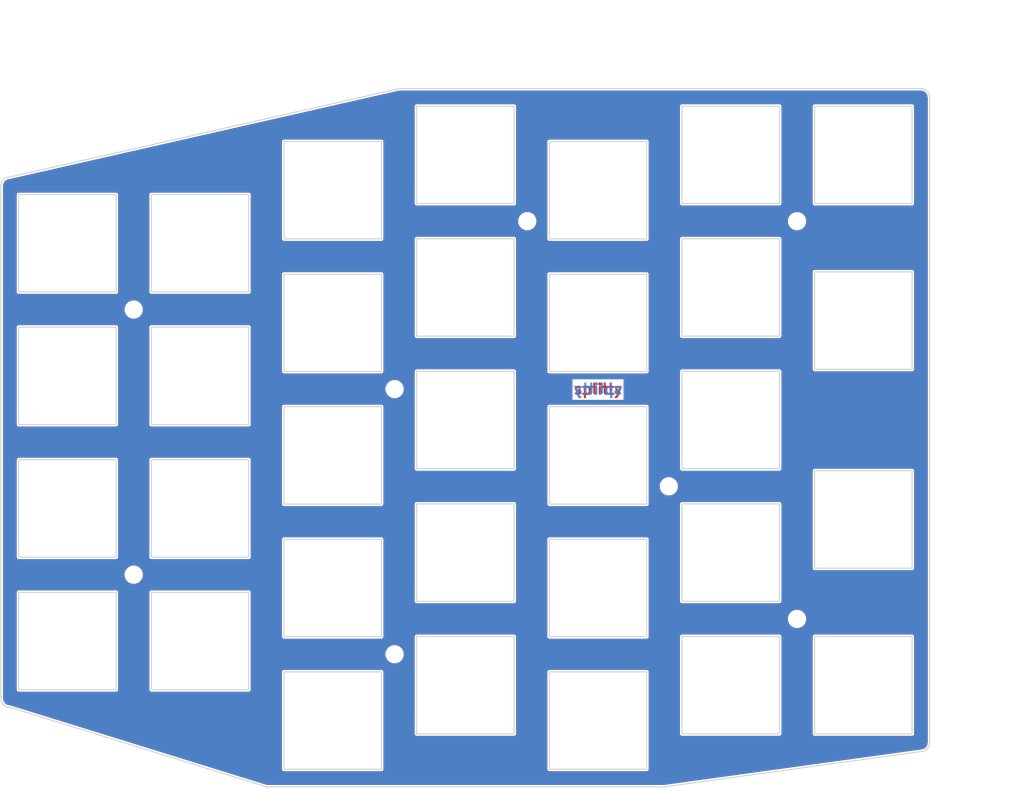
<source format=kicad_pcb>
(kicad_pcb (version 4) (host pcbnew 4.0.7+dfsg1-1~bpo9+1)

  (general
    (links 0)
    (no_connects 34)
    (area 47.549999 28.499999 181.050001 128.980001)
    (thickness 1.6)
    (drawings 17)
    (tracks 0)
    (zones 0)
    (modules 42)
    (nets 2)
  )

  (page A4)
  (layers
    (0 F.Cu signal)
    (31 B.Cu signal)
    (32 B.Adhes user)
    (33 F.Adhes user)
    (34 B.Paste user)
    (35 F.Paste user)
    (36 B.SilkS user)
    (37 F.SilkS user)
    (38 B.Mask user)
    (39 F.Mask user)
    (40 Dwgs.User user)
    (41 Cmts.User user)
    (42 Eco1.User user)
    (43 Eco2.User user)
    (44 Edge.Cuts user)
    (45 Margin user)
    (46 B.CrtYd user)
    (47 F.CrtYd user)
    (48 B.Fab user)
    (49 F.Fab user)
  )

  (setup
    (last_trace_width 0.2)
    (user_trace_width 0.3)
    (trace_clearance 0.2)
    (zone_clearance 0.21)
    (zone_45_only no)
    (trace_min 0.2)
    (segment_width 0.2)
    (edge_width 0.15)
    (via_size 0.6)
    (via_drill 0.4)
    (via_min_size 0.4)
    (via_min_drill 0.3)
    (uvia_size 0.3)
    (uvia_drill 0.1)
    (uvias_allowed no)
    (uvia_min_size 0.2)
    (uvia_min_drill 0.1)
    (pcb_text_width 0.3)
    (pcb_text_size 1.5 1.5)
    (mod_edge_width 0.15)
    (mod_text_size 1 1)
    (mod_text_width 0.15)
    (pad_size 2 2)
    (pad_drill 0)
    (pad_to_mask_clearance 0.2)
    (aux_axis_origin 0 0)
    (visible_elements FFFFF77F)
    (pcbplotparams
      (layerselection 0x010fc_80000001)
      (usegerberextensions false)
      (excludeedgelayer true)
      (linewidth 0.100000)
      (plotframeref false)
      (viasonmask false)
      (mode 1)
      (useauxorigin false)
      (hpglpennumber 1)
      (hpglpenspeed 20)
      (hpglpendiameter 15)
      (hpglpenoverlay 2)
      (psnegative false)
      (psa4output false)
      (plotreference true)
      (plotvalue false)
      (plotinvisibletext false)
      (padsonsilk false)
      (subtractmaskfromsilk true)
      (outputformat 1)
      (mirror false)
      (drillshape 0)
      (scaleselection 1)
      (outputdirectory gerber))
  )

  (net 0 "")
  (net 1 GND)

  (net_class Default "This is the default net class."
    (clearance 0.2)
    (trace_width 0.2)
    (via_dia 0.6)
    (via_drill 0.4)
    (uvia_dia 0.3)
    (uvia_drill 0.1)
  )

  (module SMD_Packages:1Pin (layer B.Cu) (tedit 5B085C45) (tstamp 5B088D3F)
    (at 166.37 76.835)
    (descr "module 1 pin (ou trou mecanique de percage)")
    (tags DEV)
    (fp_text reference REF** (at 0 3.50012) (layer B.SilkS) hide
      (effects (font (size 1 1) (thickness 0.15)) (justify mirror))
    )
    (fp_text value 1Pin (at -0.075 -1.75) (layer B.Fab)
      (effects (font (size 1 1) (thickness 0.15)) (justify mirror))
    )
    (pad 1 smd rect (at 0 0) (size 2 2) (layers B.Cu)
      (net 1 GND))
  )

  (module SMD_Packages:1Pin (layer F.Cu) (tedit 5B085C45) (tstamp 5B088CE8)
    (at 163.83 76.835)
    (descr "module 1 pin (ou trou mecanique de percage)")
    (tags DEV)
    (fp_text reference REF** (at 0 -3.50012) (layer F.SilkS) hide
      (effects (font (size 1 1) (thickness 0.15)))
    )
    (fp_text value 1Pin (at 0.12 2.09) (layer F.Fab)
      (effects (font (size 1 1) (thickness 0.15)))
    )
    (pad 1 smd rect (at 0 0) (size 2 2) (layers F.Cu)
      (net 1 GND))
  )

  (module MountingHole:MountingHole_2.2mm_M2 (layer F.Cu) (tedit 5B084C7B) (tstamp 5AFDAA79)
    (at 66.675 98.425)
    (descr "Mounting Hole 2.2mm, no annular, M2")
    (tags "mounting hole 2.2mm no annular m2")
    (path /5AFD4950)
    (attr virtual)
    (fp_text reference MK1 (at 0 -3.2) (layer F.SilkS) hide
      (effects (font (size 1 1) (thickness 0.15)))
    )
    (fp_text value Mounting_Hole (at 0 3.2) (layer F.Fab)
      (effects (font (size 1 1) (thickness 0.15)))
    )
    (fp_text user %R (at 0.3 0) (layer F.Fab)
      (effects (font (size 1 1) (thickness 0.15)))
    )
    (fp_circle (center 0 0) (end 2.2 0) (layer Cmts.User) (width 0.15))
    (fp_circle (center 0 0) (end 2.45 0) (layer F.CrtYd) (width 0.05))
    (pad 1 np_thru_hole circle (at 0 0) (size 2.2 2.2) (drill 2.2) (layers *.Cu *.Mask))
  )

  (module MountingHole:MountingHole_2.2mm_M2 (layer F.Cu) (tedit 5B084C71) (tstamp 5AFDAA7E)
    (at 161.925 104.775)
    (descr "Mounting Hole 2.2mm, no annular, M2")
    (tags "mounting hole 2.2mm no annular m2")
    (path /5AFD3B40)
    (attr virtual)
    (fp_text reference MK2 (at 0 -3.2) (layer F.SilkS) hide
      (effects (font (size 1 1) (thickness 0.15)))
    )
    (fp_text value Mounting_Hole (at 0 3.2) (layer F.Fab)
      (effects (font (size 1 1) (thickness 0.15)))
    )
    (fp_text user %R (at 0.3 0) (layer F.Fab)
      (effects (font (size 1 1) (thickness 0.15)))
    )
    (fp_circle (center 0 0) (end 2.2 0) (layer Cmts.User) (width 0.15))
    (fp_circle (center 0 0) (end 2.45 0) (layer F.CrtYd) (width 0.05))
    (pad 1 np_thru_hole circle (at 0 0) (size 2.2 2.2) (drill 2.2) (layers *.Cu *.Mask))
  )

  (module MountingHole:MountingHole_2.2mm_M2 (layer F.Cu) (tedit 5B084C8E) (tstamp 5AFDAA83)
    (at 161.925 47.625)
    (descr "Mounting Hole 2.2mm, no annular, M2")
    (tags "mounting hole 2.2mm no annular m2")
    (path /5AFD44A2)
    (attr virtual)
    (fp_text reference MK3 (at 0 -3.2) (layer F.SilkS) hide
      (effects (font (size 1 1) (thickness 0.15)))
    )
    (fp_text value Mounting_Hole (at 0 3.2) (layer F.Fab)
      (effects (font (size 1 1) (thickness 0.15)))
    )
    (fp_text user %R (at 0.3 0) (layer F.Fab)
      (effects (font (size 1 1) (thickness 0.15)))
    )
    (fp_circle (center 0 0) (end 2.2 0) (layer Cmts.User) (width 0.15))
    (fp_circle (center 0 0) (end 2.45 0) (layer F.CrtYd) (width 0.05))
    (pad 1 np_thru_hole circle (at 0 0) (size 2.2 2.2) (drill 2.2) (layers *.Cu *.Mask))
  )

  (module MountingHole:MountingHole_2.2mm_M2 (layer F.Cu) (tedit 5B084C7F) (tstamp 5AFDAA88)
    (at 66.675 60.325)
    (descr "Mounting Hole 2.2mm, no annular, M2")
    (tags "mounting hole 2.2mm no annular m2")
    (path /5AFD462B)
    (attr virtual)
    (fp_text reference MK4 (at 0 -3.2) (layer F.SilkS) hide
      (effects (font (size 1 1) (thickness 0.15)))
    )
    (fp_text value Mounting_Hole (at 0 3.2) (layer F.Fab)
      (effects (font (size 1 1) (thickness 0.15)))
    )
    (fp_text user %R (at 0.3 0) (layer F.Fab)
      (effects (font (size 1 1) (thickness 0.15)))
    )
    (fp_circle (center 0 0) (end 2.2 0) (layer Cmts.User) (width 0.15))
    (fp_circle (center 0 0) (end 2.45 0) (layer F.CrtYd) (width 0.05))
    (pad 1 np_thru_hole circle (at 0 0) (size 2.2 2.2) (drill 2.2) (layers *.Cu *.Mask))
  )

  (module MountingHole:MountingHole_2.2mm_M2 (layer F.Cu) (tedit 5B084C76) (tstamp 5AFDAA8D)
    (at 104.14 109.855)
    (descr "Mounting Hole 2.2mm, no annular, M2")
    (tags "mounting hole 2.2mm no annular m2")
    (path /5AFD4B28)
    (attr virtual)
    (fp_text reference MK5 (at 0 -3.2) (layer F.SilkS) hide
      (effects (font (size 1 1) (thickness 0.15)))
    )
    (fp_text value Mounting_Hole (at 0 3.2) (layer F.Fab)
      (effects (font (size 1 1) (thickness 0.15)))
    )
    (fp_text user %R (at 0.3 0) (layer F.Fab)
      (effects (font (size 1 1) (thickness 0.15)))
    )
    (fp_circle (center 0 0) (end 2.2 0) (layer Cmts.User) (width 0.15))
    (fp_circle (center 0 0) (end 2.45 0) (layer F.CrtYd) (width 0.05))
    (pad 1 np_thru_hole circle (at 0 0) (size 2.2 2.2) (drill 2.2) (layers *.Cu *.Mask))
  )

  (module MountingHole:MountingHole_2.2mm_M2 (layer F.Cu) (tedit 5B084C89) (tstamp 5AFDAA92)
    (at 123.19 47.625)
    (descr "Mounting Hole 2.2mm, no annular, M2")
    (tags "mounting hole 2.2mm no annular m2")
    (path /5AFD4177)
    (attr virtual)
    (fp_text reference MK6 (at 0 -3.2) (layer F.SilkS) hide
      (effects (font (size 1 1) (thickness 0.15)))
    )
    (fp_text value Mounting_Hole (at 0 3.2) (layer F.Fab)
      (effects (font (size 1 1) (thickness 0.15)))
    )
    (fp_text user %R (at 0.3 0) (layer F.Fab)
      (effects (font (size 1 1) (thickness 0.15)))
    )
    (fp_circle (center 0 0) (end 2.2 0) (layer Cmts.User) (width 0.15))
    (fp_circle (center 0 0) (end 2.45 0) (layer F.CrtYd) (width 0.05))
    (pad 1 np_thru_hole circle (at 0 0) (size 2.2 2.2) (drill 2.2) (layers *.Cu *.Mask))
  )

  (module MountingHole:MountingHole_2.2mm_M2 (layer F.Cu) (tedit 5B084C84) (tstamp 5AFDAA97)
    (at 104.14 71.755)
    (descr "Mounting Hole 2.2mm, no annular, M2")
    (tags "mounting hole 2.2mm no annular m2")
    (path /5AFD4314)
    (attr virtual)
    (fp_text reference MK7 (at 0 -3.2) (layer F.SilkS) hide
      (effects (font (size 1 1) (thickness 0.15)))
    )
    (fp_text value Mounting_Hole (at 0 3.2) (layer F.Fab)
      (effects (font (size 1 1) (thickness 0.15)))
    )
    (fp_text user %R (at 0.3 0) (layer F.Fab)
      (effects (font (size 1 1) (thickness 0.15)))
    )
    (fp_circle (center 0 0) (end 2.2 0) (layer Cmts.User) (width 0.15))
    (fp_circle (center 0 0) (end 2.45 0) (layer F.CrtYd) (width 0.05))
    (pad 1 np_thru_hole circle (at 0 0) (size 2.2 2.2) (drill 2.2) (layers *.Cu *.Mask))
  )

  (module MountingHole:MountingHole_2.2mm_M2 (layer F.Cu) (tedit 5B084C6E) (tstamp 5AFDAA9C)
    (at 143.51 85.725)
    (descr "Mounting Hole 2.2mm, no annular, M2")
    (tags "mounting hole 2.2mm no annular m2")
    (path /5AFD47BD)
    (attr virtual)
    (fp_text reference MK8 (at 3.302 0 90) (layer F.SilkS) hide
      (effects (font (size 1 1) (thickness 0.15)))
    )
    (fp_text value Mounting_Hole (at 0 3.2) (layer F.Fab)
      (effects (font (size 1 1) (thickness 0.15)))
    )
    (fp_text user %R (at 0.3 0) (layer F.Fab)
      (effects (font (size 1 1) (thickness 0.15)))
    )
    (fp_circle (center 0 0) (end 2.2 0) (layer Cmts.User) (width 0.15))
    (fp_circle (center 0 0) (end 2.45 0) (layer F.CrtYd) (width 0.05))
    (pad 1 np_thru_hole circle (at 0 0) (size 2.2 2.2) (drill 2.2) (layers *.Cu *.Mask))
  )

  (module splitty:MX_Cut (layer F.Cu) (tedit 5B084371) (tstamp 5B084940)
    (at 76.2 50.8)
    (attr virtual)
    (fp_text reference REF** (at 0 0.5) (layer F.SilkS) hide
      (effects (font (size 1 1) (thickness 0.15)))
    )
    (fp_text value MX_Cut (at 0 -0.5) (layer F.Fab) hide
      (effects (font (size 1 1) (thickness 0.15)))
    )
    (fp_line (start 7 7) (end 7 -7) (layer Edge.Cuts) (width 0.15))
    (fp_line (start -7 7) (end 7 7) (layer Edge.Cuts) (width 0.15))
    (fp_line (start -7 -7) (end -7 7) (layer Edge.Cuts) (width 0.15))
    (fp_line (start 7 -7) (end -7 -7) (layer Edge.Cuts) (width 0.15))
  )

  (module splitty:MX_Cut (layer F.Cu) (tedit 5B084371) (tstamp 5B08494F)
    (at 57.15 69.85)
    (attr virtual)
    (fp_text reference REF** (at 0 0.5) (layer F.SilkS) hide
      (effects (font (size 1 1) (thickness 0.15)))
    )
    (fp_text value MX_Cut (at 0 -0.5) (layer F.Fab) hide
      (effects (font (size 1 1) (thickness 0.15)))
    )
    (fp_line (start 7 7) (end 7 -7) (layer Edge.Cuts) (width 0.15))
    (fp_line (start -7 7) (end 7 7) (layer Edge.Cuts) (width 0.15))
    (fp_line (start -7 -7) (end -7 7) (layer Edge.Cuts) (width 0.15))
    (fp_line (start 7 -7) (end -7 -7) (layer Edge.Cuts) (width 0.15))
  )

  (module splitty:MX_Cut (layer F.Cu) (tedit 5B084371) (tstamp 5B08495E)
    (at 76.2 88.9)
    (attr virtual)
    (fp_text reference REF** (at 0 0.5) (layer F.SilkS) hide
      (effects (font (size 1 1) (thickness 0.15)))
    )
    (fp_text value MX_Cut (at 0 -0.5) (layer F.Fab) hide
      (effects (font (size 1 1) (thickness 0.15)))
    )
    (fp_line (start 7 7) (end 7 -7) (layer Edge.Cuts) (width 0.15))
    (fp_line (start -7 7) (end 7 7) (layer Edge.Cuts) (width 0.15))
    (fp_line (start -7 -7) (end -7 7) (layer Edge.Cuts) (width 0.15))
    (fp_line (start 7 -7) (end -7 -7) (layer Edge.Cuts) (width 0.15))
  )

  (module splitty:MX_Cut (layer F.Cu) (tedit 5B084371) (tstamp 5B08496D)
    (at 57.15 107.95)
    (attr virtual)
    (fp_text reference REF** (at 0 0.5) (layer F.SilkS) hide
      (effects (font (size 1 1) (thickness 0.15)))
    )
    (fp_text value MX_Cut (at 0 -0.5) (layer F.Fab) hide
      (effects (font (size 1 1) (thickness 0.15)))
    )
    (fp_line (start 7 7) (end 7 -7) (layer Edge.Cuts) (width 0.15))
    (fp_line (start -7 7) (end 7 7) (layer Edge.Cuts) (width 0.15))
    (fp_line (start -7 -7) (end -7 7) (layer Edge.Cuts) (width 0.15))
    (fp_line (start 7 -7) (end -7 -7) (layer Edge.Cuts) (width 0.15))
  )

  (module splitty:MX_Cut (layer F.Cu) (tedit 5B084371) (tstamp 5B084985)
    (at 95.25 43.18)
    (attr virtual)
    (fp_text reference REF** (at 0 0.5) (layer F.SilkS) hide
      (effects (font (size 1 1) (thickness 0.15)))
    )
    (fp_text value MX_Cut (at 0 -0.5) (layer F.Fab) hide
      (effects (font (size 1 1) (thickness 0.15)))
    )
    (fp_line (start 7 7) (end 7 -7) (layer Edge.Cuts) (width 0.15))
    (fp_line (start -7 7) (end 7 7) (layer Edge.Cuts) (width 0.15))
    (fp_line (start -7 -7) (end -7 7) (layer Edge.Cuts) (width 0.15))
    (fp_line (start 7 -7) (end -7 -7) (layer Edge.Cuts) (width 0.15))
  )

  (module splitty:MX_Cut (layer F.Cu) (tedit 5B084371) (tstamp 5B084994)
    (at 133.35 62.23)
    (attr virtual)
    (fp_text reference REF** (at 0 0.5) (layer F.SilkS) hide
      (effects (font (size 1 1) (thickness 0.15)))
    )
    (fp_text value MX_Cut (at 0 -0.5) (layer F.Fab) hide
      (effects (font (size 1 1) (thickness 0.15)))
    )
    (fp_line (start 7 7) (end 7 -7) (layer Edge.Cuts) (width 0.15))
    (fp_line (start -7 7) (end 7 7) (layer Edge.Cuts) (width 0.15))
    (fp_line (start -7 -7) (end -7 7) (layer Edge.Cuts) (width 0.15))
    (fp_line (start 7 -7) (end -7 -7) (layer Edge.Cuts) (width 0.15))
  )

  (module splitty:MX_Cut (layer F.Cu) (tedit 5B084371) (tstamp 5B0849A3)
    (at 95.25 81.28)
    (attr virtual)
    (fp_text reference REF** (at 0 0.5) (layer F.SilkS) hide
      (effects (font (size 1 1) (thickness 0.15)))
    )
    (fp_text value MX_Cut (at 0 -0.5) (layer F.Fab) hide
      (effects (font (size 1 1) (thickness 0.15)))
    )
    (fp_line (start 7 7) (end 7 -7) (layer Edge.Cuts) (width 0.15))
    (fp_line (start -7 7) (end 7 7) (layer Edge.Cuts) (width 0.15))
    (fp_line (start -7 -7) (end -7 7) (layer Edge.Cuts) (width 0.15))
    (fp_line (start 7 -7) (end -7 -7) (layer Edge.Cuts) (width 0.15))
  )

  (module splitty:MX_Cut (layer F.Cu) (tedit 5B084371) (tstamp 5B0849B2)
    (at 133.35 100.33)
    (attr virtual)
    (fp_text reference REF** (at 0 0.5) (layer F.SilkS) hide
      (effects (font (size 1 1) (thickness 0.15)))
    )
    (fp_text value MX_Cut (at 0 -0.5) (layer F.Fab) hide
      (effects (font (size 1 1) (thickness 0.15)))
    )
    (fp_line (start 7 7) (end 7 -7) (layer Edge.Cuts) (width 0.15))
    (fp_line (start -7 7) (end 7 7) (layer Edge.Cuts) (width 0.15))
    (fp_line (start -7 -7) (end -7 7) (layer Edge.Cuts) (width 0.15))
    (fp_line (start 7 -7) (end -7 -7) (layer Edge.Cuts) (width 0.15))
  )

  (module splitty:MX_Cut (layer F.Cu) (tedit 5B084371) (tstamp 5B0849C1)
    (at 95.25 119.38)
    (attr virtual)
    (fp_text reference REF** (at 0 0.5) (layer F.SilkS) hide
      (effects (font (size 1 1) (thickness 0.15)))
    )
    (fp_text value MX_Cut (at 0 -0.5) (layer F.Fab) hide
      (effects (font (size 1 1) (thickness 0.15)))
    )
    (fp_line (start 7 7) (end 7 -7) (layer Edge.Cuts) (width 0.15))
    (fp_line (start -7 7) (end 7 7) (layer Edge.Cuts) (width 0.15))
    (fp_line (start -7 -7) (end -7 7) (layer Edge.Cuts) (width 0.15))
    (fp_line (start 7 -7) (end -7 -7) (layer Edge.Cuts) (width 0.15))
  )

  (module splitty:MX_Cut (layer F.Cu) (tedit 5B084371) (tstamp 5B0849D0)
    (at 76.2 107.95)
    (attr virtual)
    (fp_text reference REF** (at 0 0.5) (layer F.SilkS) hide
      (effects (font (size 1 1) (thickness 0.15)))
    )
    (fp_text value MX_Cut (at 0 -0.5) (layer F.Fab) hide
      (effects (font (size 1 1) (thickness 0.15)))
    )
    (fp_line (start 7 7) (end 7 -7) (layer Edge.Cuts) (width 0.15))
    (fp_line (start -7 7) (end 7 7) (layer Edge.Cuts) (width 0.15))
    (fp_line (start -7 -7) (end -7 7) (layer Edge.Cuts) (width 0.15))
    (fp_line (start 7 -7) (end -7 -7) (layer Edge.Cuts) (width 0.15))
  )

  (module splitty:MX_Cut (layer F.Cu) (tedit 5B084371) (tstamp 5B0849DF)
    (at 57.15 88.9)
    (attr virtual)
    (fp_text reference REF** (at 0 0.5) (layer F.SilkS) hide
      (effects (font (size 1 1) (thickness 0.15)))
    )
    (fp_text value MX_Cut (at 0 -0.5) (layer F.Fab) hide
      (effects (font (size 1 1) (thickness 0.15)))
    )
    (fp_line (start 7 7) (end 7 -7) (layer Edge.Cuts) (width 0.15))
    (fp_line (start -7 7) (end 7 7) (layer Edge.Cuts) (width 0.15))
    (fp_line (start -7 -7) (end -7 7) (layer Edge.Cuts) (width 0.15))
    (fp_line (start 7 -7) (end -7 -7) (layer Edge.Cuts) (width 0.15))
  )

  (module splitty:MX_Cut (layer F.Cu) (tedit 5B084371) (tstamp 5B0849EE)
    (at 76.2 69.85)
    (attr virtual)
    (fp_text reference REF** (at 0 0.5) (layer F.SilkS) hide
      (effects (font (size 1 1) (thickness 0.15)))
    )
    (fp_text value MX_Cut (at 0 -0.5) (layer F.Fab) hide
      (effects (font (size 1 1) (thickness 0.15)))
    )
    (fp_line (start 7 7) (end 7 -7) (layer Edge.Cuts) (width 0.15))
    (fp_line (start -7 7) (end 7 7) (layer Edge.Cuts) (width 0.15))
    (fp_line (start -7 -7) (end -7 7) (layer Edge.Cuts) (width 0.15))
    (fp_line (start 7 -7) (end -7 -7) (layer Edge.Cuts) (width 0.15))
  )

  (module splitty:MX_Cut (layer F.Cu) (tedit 5B084371) (tstamp 5B0849FD)
    (at 57.15 50.8)
    (attr virtual)
    (fp_text reference REF** (at 0 0.5) (layer F.SilkS) hide
      (effects (font (size 1 1) (thickness 0.15)))
    )
    (fp_text value MX_Cut (at 0 -0.5) (layer F.Fab) hide
      (effects (font (size 1 1) (thickness 0.15)))
    )
    (fp_line (start 7 7) (end 7 -7) (layer Edge.Cuts) (width 0.15))
    (fp_line (start -7 7) (end 7 7) (layer Edge.Cuts) (width 0.15))
    (fp_line (start -7 -7) (end -7 7) (layer Edge.Cuts) (width 0.15))
    (fp_line (start 7 -7) (end -7 -7) (layer Edge.Cuts) (width 0.15))
  )

  (module splitty:MX_Cut (layer F.Cu) (tedit 5B084371) (tstamp 5B084A13)
    (at 133.35 43.18)
    (attr virtual)
    (fp_text reference REF** (at 0 0.5) (layer F.SilkS) hide
      (effects (font (size 1 1) (thickness 0.15)))
    )
    (fp_text value MX_Cut (at 0 -0.5) (layer F.Fab) hide
      (effects (font (size 1 1) (thickness 0.15)))
    )
    (fp_line (start 7 7) (end 7 -7) (layer Edge.Cuts) (width 0.15))
    (fp_line (start -7 7) (end 7 7) (layer Edge.Cuts) (width 0.15))
    (fp_line (start -7 -7) (end -7 7) (layer Edge.Cuts) (width 0.15))
    (fp_line (start 7 -7) (end -7 -7) (layer Edge.Cuts) (width 0.15))
  )

  (module splitty:MX_Cut (layer F.Cu) (tedit 5B084371) (tstamp 5B084A22)
    (at 114.3 57.15)
    (attr virtual)
    (fp_text reference REF** (at 0 0.5) (layer F.SilkS) hide
      (effects (font (size 1 1) (thickness 0.15)))
    )
    (fp_text value MX_Cut (at 0 -0.5) (layer F.Fab) hide
      (effects (font (size 1 1) (thickness 0.15)))
    )
    (fp_line (start 7 7) (end 7 -7) (layer Edge.Cuts) (width 0.15))
    (fp_line (start -7 7) (end 7 7) (layer Edge.Cuts) (width 0.15))
    (fp_line (start -7 -7) (end -7 7) (layer Edge.Cuts) (width 0.15))
    (fp_line (start 7 -7) (end -7 -7) (layer Edge.Cuts) (width 0.15))
  )

  (module splitty:MX_Cut (layer F.Cu) (tedit 5B084371) (tstamp 5B084A31)
    (at 95.25 62.23)
    (attr virtual)
    (fp_text reference REF** (at 0 0.5) (layer F.SilkS) hide
      (effects (font (size 1 1) (thickness 0.15)))
    )
    (fp_text value MX_Cut (at 0 -0.5) (layer F.Fab) hide
      (effects (font (size 1 1) (thickness 0.15)))
    )
    (fp_line (start 7 7) (end 7 -7) (layer Edge.Cuts) (width 0.15))
    (fp_line (start -7 7) (end 7 7) (layer Edge.Cuts) (width 0.15))
    (fp_line (start -7 -7) (end -7 7) (layer Edge.Cuts) (width 0.15))
    (fp_line (start 7 -7) (end -7 -7) (layer Edge.Cuts) (width 0.15))
  )

  (module splitty:MX_Cut (layer F.Cu) (tedit 5B084371) (tstamp 5B084A40)
    (at 133.35 81.28)
    (attr virtual)
    (fp_text reference REF** (at 0 0.5) (layer F.SilkS) hide
      (effects (font (size 1 1) (thickness 0.15)))
    )
    (fp_text value MX_Cut (at 0 -0.5) (layer F.Fab) hide
      (effects (font (size 1 1) (thickness 0.15)))
    )
    (fp_line (start 7 7) (end 7 -7) (layer Edge.Cuts) (width 0.15))
    (fp_line (start -7 7) (end 7 7) (layer Edge.Cuts) (width 0.15))
    (fp_line (start -7 -7) (end -7 7) (layer Edge.Cuts) (width 0.15))
    (fp_line (start 7 -7) (end -7 -7) (layer Edge.Cuts) (width 0.15))
  )

  (module splitty:MX_Cut (layer F.Cu) (tedit 5B084371) (tstamp 5B084A4F)
    (at 114.3 95.25)
    (attr virtual)
    (fp_text reference REF** (at 0 0.5) (layer F.SilkS) hide
      (effects (font (size 1 1) (thickness 0.15)))
    )
    (fp_text value MX_Cut (at 0 -0.5) (layer F.Fab) hide
      (effects (font (size 1 1) (thickness 0.15)))
    )
    (fp_line (start 7 7) (end 7 -7) (layer Edge.Cuts) (width 0.15))
    (fp_line (start -7 7) (end 7 7) (layer Edge.Cuts) (width 0.15))
    (fp_line (start -7 -7) (end -7 7) (layer Edge.Cuts) (width 0.15))
    (fp_line (start 7 -7) (end -7 -7) (layer Edge.Cuts) (width 0.15))
  )

  (module splitty:MX_Cut (layer F.Cu) (tedit 5B084371) (tstamp 5B084A5E)
    (at 95.25 100.33)
    (attr virtual)
    (fp_text reference REF** (at 0 0.5) (layer F.SilkS) hide
      (effects (font (size 1 1) (thickness 0.15)))
    )
    (fp_text value MX_Cut (at 0 -0.5) (layer F.Fab) hide
      (effects (font (size 1 1) (thickness 0.15)))
    )
    (fp_line (start 7 7) (end 7 -7) (layer Edge.Cuts) (width 0.15))
    (fp_line (start -7 7) (end 7 7) (layer Edge.Cuts) (width 0.15))
    (fp_line (start -7 -7) (end -7 7) (layer Edge.Cuts) (width 0.15))
    (fp_line (start 7 -7) (end -7 -7) (layer Edge.Cuts) (width 0.15))
  )

  (module splitty:MX_Cut (layer F.Cu) (tedit 5B084371) (tstamp 5B084A6D)
    (at 133.35 119.38)
    (attr virtual)
    (fp_text reference REF** (at 0 0.5) (layer F.SilkS) hide
      (effects (font (size 1 1) (thickness 0.15)))
    )
    (fp_text value MX_Cut (at 0 -0.5) (layer F.Fab) hide
      (effects (font (size 1 1) (thickness 0.15)))
    )
    (fp_line (start 7 7) (end 7 -7) (layer Edge.Cuts) (width 0.15))
    (fp_line (start -7 7) (end 7 7) (layer Edge.Cuts) (width 0.15))
    (fp_line (start -7 -7) (end -7 7) (layer Edge.Cuts) (width 0.15))
    (fp_line (start 7 -7) (end -7 -7) (layer Edge.Cuts) (width 0.15))
  )

  (module splitty:MX_Cut (layer F.Cu) (tedit 5B084371) (tstamp 5B084AD0)
    (at 114.3 38.1)
    (attr virtual)
    (fp_text reference REF** (at 0 0.5) (layer F.SilkS) hide
      (effects (font (size 1 1) (thickness 0.15)))
    )
    (fp_text value MX_Cut (at 0 -0.5) (layer F.Fab) hide
      (effects (font (size 1 1) (thickness 0.15)))
    )
    (fp_line (start 7 7) (end 7 -7) (layer Edge.Cuts) (width 0.15))
    (fp_line (start -7 7) (end 7 7) (layer Edge.Cuts) (width 0.15))
    (fp_line (start -7 -7) (end -7 7) (layer Edge.Cuts) (width 0.15))
    (fp_line (start 7 -7) (end -7 -7) (layer Edge.Cuts) (width 0.15))
  )

  (module splitty:MX_Cut (layer F.Cu) (tedit 5B084371) (tstamp 5B084ADF)
    (at 114.3 76.2)
    (attr virtual)
    (fp_text reference REF** (at 0 0.5) (layer F.SilkS) hide
      (effects (font (size 1 1) (thickness 0.15)))
    )
    (fp_text value MX_Cut (at 0 -0.5) (layer F.Fab) hide
      (effects (font (size 1 1) (thickness 0.15)))
    )
    (fp_line (start 7 7) (end 7 -7) (layer Edge.Cuts) (width 0.15))
    (fp_line (start -7 7) (end 7 7) (layer Edge.Cuts) (width 0.15))
    (fp_line (start -7 -7) (end -7 7) (layer Edge.Cuts) (width 0.15))
    (fp_line (start 7 -7) (end -7 -7) (layer Edge.Cuts) (width 0.15))
  )

  (module splitty:MX_Cut (layer F.Cu) (tedit 5B084371) (tstamp 5B084AEE)
    (at 114.3 114.3)
    (attr virtual)
    (fp_text reference REF** (at 0 0.5) (layer F.SilkS) hide
      (effects (font (size 1 1) (thickness 0.15)))
    )
    (fp_text value MX_Cut (at 0 -0.5) (layer F.Fab) hide
      (effects (font (size 1 1) (thickness 0.15)))
    )
    (fp_line (start 7 7) (end 7 -7) (layer Edge.Cuts) (width 0.15))
    (fp_line (start -7 7) (end 7 7) (layer Edge.Cuts) (width 0.15))
    (fp_line (start -7 -7) (end -7 7) (layer Edge.Cuts) (width 0.15))
    (fp_line (start 7 -7) (end -7 -7) (layer Edge.Cuts) (width 0.15))
  )

  (module splitty:MX_Cut (layer F.Cu) (tedit 5B084371) (tstamp 5B084AFE)
    (at 152.4 57.15)
    (attr virtual)
    (fp_text reference REF** (at 0 0.5) (layer F.SilkS) hide
      (effects (font (size 1 1) (thickness 0.15)))
    )
    (fp_text value MX_Cut (at 0 -0.5) (layer F.Fab) hide
      (effects (font (size 1 1) (thickness 0.15)))
    )
    (fp_line (start 7 7) (end 7 -7) (layer Edge.Cuts) (width 0.15))
    (fp_line (start -7 7) (end 7 7) (layer Edge.Cuts) (width 0.15))
    (fp_line (start -7 -7) (end -7 7) (layer Edge.Cuts) (width 0.15))
    (fp_line (start 7 -7) (end -7 -7) (layer Edge.Cuts) (width 0.15))
  )

  (module splitty:MX_Cut (layer F.Cu) (tedit 5B084371) (tstamp 5B084B11)
    (at 152.4 38.1)
    (attr virtual)
    (fp_text reference REF** (at 0 0.5) (layer F.SilkS) hide
      (effects (font (size 1 1) (thickness 0.15)))
    )
    (fp_text value MX_Cut (at 0 -0.5) (layer F.Fab) hide
      (effects (font (size 1 1) (thickness 0.15)))
    )
    (fp_line (start 7 7) (end 7 -7) (layer Edge.Cuts) (width 0.15))
    (fp_line (start -7 7) (end 7 7) (layer Edge.Cuts) (width 0.15))
    (fp_line (start -7 -7) (end -7 7) (layer Edge.Cuts) (width 0.15))
    (fp_line (start 7 -7) (end -7 -7) (layer Edge.Cuts) (width 0.15))
  )

  (module splitty:MX_Cut (layer F.Cu) (tedit 5B084371) (tstamp 5B084B20)
    (at 152.4 76.2)
    (attr virtual)
    (fp_text reference REF** (at 0 0.5) (layer F.SilkS) hide
      (effects (font (size 1 1) (thickness 0.15)))
    )
    (fp_text value MX_Cut (at 0 -0.5) (layer F.Fab) hide
      (effects (font (size 1 1) (thickness 0.15)))
    )
    (fp_line (start 7 7) (end 7 -7) (layer Edge.Cuts) (width 0.15))
    (fp_line (start -7 7) (end 7 7) (layer Edge.Cuts) (width 0.15))
    (fp_line (start -7 -7) (end -7 7) (layer Edge.Cuts) (width 0.15))
    (fp_line (start 7 -7) (end -7 -7) (layer Edge.Cuts) (width 0.15))
  )

  (module splitty:MX_Cut (layer F.Cu) (tedit 5B084371) (tstamp 5B084B2F)
    (at 152.4 95.25)
    (attr virtual)
    (fp_text reference REF** (at 0 0.5) (layer F.SilkS) hide
      (effects (font (size 1 1) (thickness 0.15)))
    )
    (fp_text value MX_Cut (at 0 -0.5) (layer F.Fab) hide
      (effects (font (size 1 1) (thickness 0.15)))
    )
    (fp_line (start 7 7) (end 7 -7) (layer Edge.Cuts) (width 0.15))
    (fp_line (start -7 7) (end 7 7) (layer Edge.Cuts) (width 0.15))
    (fp_line (start -7 -7) (end -7 7) (layer Edge.Cuts) (width 0.15))
    (fp_line (start 7 -7) (end -7 -7) (layer Edge.Cuts) (width 0.15))
  )

  (module splitty:MX_Cut (layer F.Cu) (tedit 5B084371) (tstamp 5B084B3E)
    (at 152.4 114.3)
    (attr virtual)
    (fp_text reference REF** (at 0 0.5) (layer F.SilkS) hide
      (effects (font (size 1 1) (thickness 0.15)))
    )
    (fp_text value MX_Cut (at 0 -0.5) (layer F.Fab) hide
      (effects (font (size 1 1) (thickness 0.15)))
    )
    (fp_line (start 7 7) (end 7 -7) (layer Edge.Cuts) (width 0.15))
    (fp_line (start -7 7) (end 7 7) (layer Edge.Cuts) (width 0.15))
    (fp_line (start -7 -7) (end -7 7) (layer Edge.Cuts) (width 0.15))
    (fp_line (start 7 -7) (end -7 -7) (layer Edge.Cuts) (width 0.15))
  )

  (module splitty:MX_Cut (layer F.Cu) (tedit 5B084371) (tstamp 5B084B4D)
    (at 171.45 114.3)
    (attr virtual)
    (fp_text reference REF** (at 0 0.5) (layer F.SilkS) hide
      (effects (font (size 1 1) (thickness 0.15)))
    )
    (fp_text value MX_Cut (at 0 -0.5) (layer F.Fab) hide
      (effects (font (size 1 1) (thickness 0.15)))
    )
    (fp_line (start 7 7) (end 7 -7) (layer Edge.Cuts) (width 0.15))
    (fp_line (start -7 7) (end 7 7) (layer Edge.Cuts) (width 0.15))
    (fp_line (start -7 -7) (end -7 7) (layer Edge.Cuts) (width 0.15))
    (fp_line (start 7 -7) (end -7 -7) (layer Edge.Cuts) (width 0.15))
  )

  (module splitty:MX_Cut (layer F.Cu) (tedit 5B084371) (tstamp 5B084B5C)
    (at 171.45 90.4875)
    (attr virtual)
    (fp_text reference REF** (at 0 0.5) (layer F.SilkS) hide
      (effects (font (size 1 1) (thickness 0.15)))
    )
    (fp_text value MX_Cut (at 0 -0.5) (layer F.Fab) hide
      (effects (font (size 1 1) (thickness 0.15)))
    )
    (fp_line (start 7 7) (end 7 -7) (layer Edge.Cuts) (width 0.15))
    (fp_line (start -7 7) (end 7 7) (layer Edge.Cuts) (width 0.15))
    (fp_line (start -7 -7) (end -7 7) (layer Edge.Cuts) (width 0.15))
    (fp_line (start 7 -7) (end -7 -7) (layer Edge.Cuts) (width 0.15))
  )

  (module splitty:MX_Cut (layer F.Cu) (tedit 5B084371) (tstamp 5B084B6B)
    (at 171.45 61.9125)
    (attr virtual)
    (fp_text reference REF** (at 0 0.5) (layer F.SilkS) hide
      (effects (font (size 1 1) (thickness 0.15)))
    )
    (fp_text value MX_Cut (at 0 -0.5) (layer F.Fab) hide
      (effects (font (size 1 1) (thickness 0.15)))
    )
    (fp_line (start 7 7) (end 7 -7) (layer Edge.Cuts) (width 0.15))
    (fp_line (start -7 7) (end 7 7) (layer Edge.Cuts) (width 0.15))
    (fp_line (start -7 -7) (end -7 7) (layer Edge.Cuts) (width 0.15))
    (fp_line (start 7 -7) (end -7 -7) (layer Edge.Cuts) (width 0.15))
  )

  (module splitty:MX_Cut (layer F.Cu) (tedit 5B084371) (tstamp 5B084B7A)
    (at 171.45 38.1)
    (attr virtual)
    (fp_text reference REF** (at 0 0.5) (layer F.SilkS) hide
      (effects (font (size 1 1) (thickness 0.15)))
    )
    (fp_text value MX_Cut (at 0 -0.5) (layer F.Fab) hide
      (effects (font (size 1 1) (thickness 0.15)))
    )
    (fp_line (start 7 7) (end 7 -7) (layer Edge.Cuts) (width 0.15))
    (fp_line (start -7 7) (end 7 7) (layer Edge.Cuts) (width 0.15))
    (fp_line (start -7 -7) (end -7 7) (layer Edge.Cuts) (width 0.15))
    (fp_line (start 7 -7) (end -7 -7) (layer Edge.Cuts) (width 0.15))
  )

  (dimension 14 (width 0.3) (layer Eco2.User)
    (gr_text "14,000 mm" (at 185.625 38.1 270) (layer Eco2.User)
      (effects (font (size 1.5 1.5) (thickness 0.3)))
    )
    (feature1 (pts (xy 178.45 45.1) (xy 186.975 45.1)))
    (feature2 (pts (xy 178.45 31.1) (xy 186.975 31.1)))
    (crossbar (pts (xy 184.275 31.1) (xy 184.275 45.1)))
    (arrow1a (pts (xy 184.275 45.1) (xy 183.688579 43.973496)))
    (arrow1b (pts (xy 184.275 45.1) (xy 184.861421 43.973496)))
    (arrow2a (pts (xy 184.275 31.1) (xy 183.688579 32.226504)))
    (arrow2b (pts (xy 184.275 31.1) (xy 184.861421 32.226504)))
  )
  (dimension 14 (width 0.3) (layer Eco2.User)
    (gr_text "14,000 mm" (at 171.45 25.125001) (layer Eco2.User)
      (effects (font (size 1.5 1.5) (thickness 0.3)))
    )
    (feature1 (pts (xy 164.45 31.1) (xy 164.45 23.775001)))
    (feature2 (pts (xy 178.45 31.1) (xy 178.45 23.775001)))
    (crossbar (pts (xy 178.45 26.475001) (xy 164.45 26.475001)))
    (arrow1a (pts (xy 164.45 26.475001) (xy 165.576504 25.88858)))
    (arrow1b (pts (xy 164.45 26.475001) (xy 165.576504 27.061422)))
    (arrow2a (pts (xy 178.45 26.475001) (xy 177.323496 25.88858)))
    (arrow2b (pts (xy 178.45 26.475001) (xy 177.323496 27.061422)))
  )
  (dimension 133.35 (width 0.3) (layer Eco2.User)
    (gr_text "133,350 mm" (at 114.3 17.700001) (layer Eco2.User)
      (effects (font (size 1.5 1.5) (thickness 0.3)))
    )
    (feature1 (pts (xy 47.625 28.575) (xy 47.625 16.350001)))
    (feature2 (pts (xy 180.975 28.575) (xy 180.975 16.350001)))
    (crossbar (pts (xy 180.975 19.050001) (xy 47.625 19.050001)))
    (arrow1a (pts (xy 47.625 19.050001) (xy 48.751504 18.46358)))
    (arrow1b (pts (xy 47.625 19.050001) (xy 48.751504 19.636422)))
    (arrow2a (pts (xy 180.975 19.050001) (xy 179.848496 18.46358)))
    (arrow2b (pts (xy 180.975 19.050001) (xy 179.848496 19.636422)))
  )
  (dimension 100.33 (width 0.3) (layer Eco2.User)
    (gr_text "100,330 mm" (at 191.85 78.74 270) (layer Eco2.User)
      (effects (font (size 1.5 1.5) (thickness 0.3)))
    )
    (feature1 (pts (xy 180.975 128.905) (xy 193.2 128.905)))
    (feature2 (pts (xy 180.975 28.575) (xy 193.2 28.575)))
    (crossbar (pts (xy 190.5 28.575) (xy 190.5 128.905)))
    (arrow1a (pts (xy 190.5 128.905) (xy 189.913579 127.778496)))
    (arrow1b (pts (xy 190.5 128.905) (xy 191.086421 127.778496)))
    (arrow2a (pts (xy 190.5 28.575) (xy 189.913579 29.701504)))
    (arrow2b (pts (xy 190.5 28.575) (xy 191.086421 29.701504)))
  )
  (gr_text splitty (at 133.35 71.755) (layer B.Cu) (tstamp 5B00A5D8)
    (effects (font (size 1.5 1.5) (thickness 0.3)) (justify mirror))
  )
  (gr_text splitty (at 133.35 71.755) (layer F.Cu)
    (effects (font (size 1.5 1.5) (thickness 0.3)))
  )
  (gr_line (start 48.895 117.475) (end 85.725 128.905) (layer Edge.Cuts) (width 0.15))
  (gr_arc (start 48.895 116.205) (end 48.895 117.475) (angle 90) (layer Edge.Cuts) (width 0.15))
  (gr_line (start 47.625 42.545) (end 47.625 116.205) (layer Edge.Cuts) (width 0.15))
  (gr_line (start 48.895 41.275) (end 104.775 28.575) (layer Edge.Cuts) (width 0.15))
  (gr_arc (start 48.895 42.545) (end 47.625 42.545) (angle 90) (layer Edge.Cuts) (width 0.15))
  (gr_line (start 142.875 128.905) (end 85.725 128.905) (layer Edge.Cuts) (width 0.15))
  (gr_line (start 179.705 123.825) (end 142.875 128.905) (layer Edge.Cuts) (width 0.15))
  (gr_arc (start 179.705 122.555) (end 180.975 122.555) (angle 90) (layer Edge.Cuts) (width 0.15))
  (gr_line (start 180.975 29.845) (end 180.975 122.555) (layer Edge.Cuts) (width 0.15))
  (gr_line (start 104.775 28.575) (end 179.705 28.575) (angle 90) (layer Edge.Cuts) (width 0.15))
  (gr_arc (start 179.705 29.845) (end 179.705 28.575) (angle 90) (layer Edge.Cuts) (width 0.15))

  (zone (net 1) (net_name GND) (layer F.Cu) (tstamp 0) (hatch edge 0.508)
    (connect_pads yes (clearance 0.21))
    (min_thickness 0.2)
    (fill yes (arc_segments 16) (thermal_gap 0.21) (thermal_bridge_width 0.21))
    (polygon
      (pts
        (xy 180.975 28.575) (xy 104.775 28.575) (xy 47.625 41.529) (xy 47.625 117.094) (xy 85.725 128.905)
        (xy 142.875 128.905) (xy 180.975 123.571)
      )
    )
    (filled_polygon
      (pts
        (xy 180.040788 29.034335) (xy 180.325457 29.224545) (xy 180.515665 29.509212) (xy 180.59 29.882917) (xy 180.59 122.517083)
        (xy 180.515665 122.890788) (xy 180.325457 123.175455) (xy 180.040788 123.365665) (xy 179.64109 123.44517) (xy 142.848575 128.52)
        (xy 85.78337 128.52) (xy 49.009114 117.1073) (xy 48.98889 117.105177) (xy 48.970109 117.097398) (xy 48.559212 117.015665)
        (xy 48.274545 116.825457) (xy 48.084335 116.540788) (xy 48.01 116.167082) (xy 48.01 100.95) (xy 49.765 100.95)
        (xy 49.765 114.95) (xy 49.794306 115.097333) (xy 49.877764 115.222236) (xy 50.002667 115.305694) (xy 50.15 115.335)
        (xy 64.15 115.335) (xy 64.297333 115.305694) (xy 64.422236 115.222236) (xy 64.505694 115.097333) (xy 64.535 114.95)
        (xy 64.535 100.95) (xy 68.815 100.95) (xy 68.815 114.95) (xy 68.844306 115.097333) (xy 68.927764 115.222236)
        (xy 69.052667 115.305694) (xy 69.2 115.335) (xy 83.2 115.335) (xy 83.347333 115.305694) (xy 83.472236 115.222236)
        (xy 83.555694 115.097333) (xy 83.585 114.95) (xy 83.585 112.38) (xy 87.865 112.38) (xy 87.865 126.38)
        (xy 87.894306 126.527333) (xy 87.977764 126.652236) (xy 88.102667 126.735694) (xy 88.25 126.765) (xy 102.25 126.765)
        (xy 102.397333 126.735694) (xy 102.522236 126.652236) (xy 102.605694 126.527333) (xy 102.635 126.38) (xy 102.635 112.38)
        (xy 102.605694 112.232667) (xy 102.522236 112.107764) (xy 102.397333 112.024306) (xy 102.25 111.995) (xy 88.25 111.995)
        (xy 88.102667 112.024306) (xy 87.977764 112.107764) (xy 87.894306 112.232667) (xy 87.865 112.38) (xy 83.585 112.38)
        (xy 83.585 110.134236) (xy 102.729755 110.134236) (xy 102.943963 110.652658) (xy 103.340256 111.049643) (xy 103.858303 111.264755)
        (xy 104.419236 111.265245) (xy 104.937658 111.051037) (xy 105.334643 110.654744) (xy 105.549755 110.136697) (xy 105.550245 109.575764)
        (xy 105.336037 109.057342) (xy 104.939744 108.660357) (xy 104.421697 108.445245) (xy 103.860764 108.444755) (xy 103.342342 108.658963)
        (xy 102.945357 109.055256) (xy 102.730245 109.573303) (xy 102.729755 110.134236) (xy 83.585 110.134236) (xy 83.585 100.95)
        (xy 83.555694 100.802667) (xy 83.472236 100.677764) (xy 83.347333 100.594306) (xy 83.2 100.565) (xy 69.2 100.565)
        (xy 69.052667 100.594306) (xy 68.927764 100.677764) (xy 68.844306 100.802667) (xy 68.815 100.95) (xy 64.535 100.95)
        (xy 64.505694 100.802667) (xy 64.422236 100.677764) (xy 64.297333 100.594306) (xy 64.15 100.565) (xy 50.15 100.565)
        (xy 50.002667 100.594306) (xy 49.877764 100.677764) (xy 49.794306 100.802667) (xy 49.765 100.95) (xy 48.01 100.95)
        (xy 48.01 98.704236) (xy 65.264755 98.704236) (xy 65.478963 99.222658) (xy 65.875256 99.619643) (xy 66.393303 99.834755)
        (xy 66.954236 99.835245) (xy 67.472658 99.621037) (xy 67.869643 99.224744) (xy 68.084755 98.706697) (xy 68.085245 98.145764)
        (xy 67.871037 97.627342) (xy 67.474744 97.230357) (xy 66.956697 97.015245) (xy 66.395764 97.014755) (xy 65.877342 97.228963)
        (xy 65.480357 97.625256) (xy 65.265245 98.143303) (xy 65.264755 98.704236) (xy 48.01 98.704236) (xy 48.01 81.9)
        (xy 49.765 81.9) (xy 49.765 95.9) (xy 49.794306 96.047333) (xy 49.877764 96.172236) (xy 50.002667 96.255694)
        (xy 50.15 96.285) (xy 64.15 96.285) (xy 64.297333 96.255694) (xy 64.422236 96.172236) (xy 64.505694 96.047333)
        (xy 64.535 95.9) (xy 64.535 81.9) (xy 68.815 81.9) (xy 68.815 95.9) (xy 68.844306 96.047333)
        (xy 68.927764 96.172236) (xy 69.052667 96.255694) (xy 69.2 96.285) (xy 83.2 96.285) (xy 83.347333 96.255694)
        (xy 83.472236 96.172236) (xy 83.555694 96.047333) (xy 83.585 95.9) (xy 83.585 93.33) (xy 87.865 93.33)
        (xy 87.865 107.33) (xy 87.894306 107.477333) (xy 87.977764 107.602236) (xy 88.102667 107.685694) (xy 88.25 107.715)
        (xy 102.25 107.715) (xy 102.397333 107.685694) (xy 102.522236 107.602236) (xy 102.605694 107.477333) (xy 102.635 107.33)
        (xy 102.635 107.3) (xy 106.915 107.3) (xy 106.915 121.3) (xy 106.944306 121.447333) (xy 107.027764 121.572236)
        (xy 107.152667 121.655694) (xy 107.3 121.685) (xy 121.3 121.685) (xy 121.447333 121.655694) (xy 121.572236 121.572236)
        (xy 121.655694 121.447333) (xy 121.685 121.3) (xy 121.685 112.38) (xy 125.965 112.38) (xy 125.965 126.38)
        (xy 125.994306 126.527333) (xy 126.077764 126.652236) (xy 126.202667 126.735694) (xy 126.35 126.765) (xy 140.35 126.765)
        (xy 140.497333 126.735694) (xy 140.622236 126.652236) (xy 140.705694 126.527333) (xy 140.735 126.38) (xy 140.735 112.38)
        (xy 140.705694 112.232667) (xy 140.622236 112.107764) (xy 140.497333 112.024306) (xy 140.35 111.995) (xy 126.35 111.995)
        (xy 126.202667 112.024306) (xy 126.077764 112.107764) (xy 125.994306 112.232667) (xy 125.965 112.38) (xy 121.685 112.38)
        (xy 121.685 107.3) (xy 121.655694 107.152667) (xy 121.572236 107.027764) (xy 121.447333 106.944306) (xy 121.3 106.915)
        (xy 107.3 106.915) (xy 107.152667 106.944306) (xy 107.027764 107.027764) (xy 106.944306 107.152667) (xy 106.915 107.3)
        (xy 102.635 107.3) (xy 102.635 93.33) (xy 102.605694 93.182667) (xy 102.522236 93.057764) (xy 102.397333 92.974306)
        (xy 102.25 92.945) (xy 88.25 92.945) (xy 88.102667 92.974306) (xy 87.977764 93.057764) (xy 87.894306 93.182667)
        (xy 87.865 93.33) (xy 83.585 93.33) (xy 83.585 81.9) (xy 83.555694 81.752667) (xy 83.472236 81.627764)
        (xy 83.347333 81.544306) (xy 83.2 81.515) (xy 69.2 81.515) (xy 69.052667 81.544306) (xy 68.927764 81.627764)
        (xy 68.844306 81.752667) (xy 68.815 81.9) (xy 64.535 81.9) (xy 64.505694 81.752667) (xy 64.422236 81.627764)
        (xy 64.297333 81.544306) (xy 64.15 81.515) (xy 50.15 81.515) (xy 50.002667 81.544306) (xy 49.877764 81.627764)
        (xy 49.794306 81.752667) (xy 49.765 81.9) (xy 48.01 81.9) (xy 48.01 62.85) (xy 49.765 62.85)
        (xy 49.765 76.85) (xy 49.794306 76.997333) (xy 49.877764 77.122236) (xy 50.002667 77.205694) (xy 50.15 77.235)
        (xy 64.15 77.235) (xy 64.297333 77.205694) (xy 64.422236 77.122236) (xy 64.505694 76.997333) (xy 64.535 76.85)
        (xy 64.535 62.85) (xy 68.815 62.85) (xy 68.815 76.85) (xy 68.844306 76.997333) (xy 68.927764 77.122236)
        (xy 69.052667 77.205694) (xy 69.2 77.235) (xy 83.2 77.235) (xy 83.347333 77.205694) (xy 83.472236 77.122236)
        (xy 83.555694 76.997333) (xy 83.585 76.85) (xy 83.585 74.28) (xy 87.865 74.28) (xy 87.865 88.28)
        (xy 87.894306 88.427333) (xy 87.977764 88.552236) (xy 88.102667 88.635694) (xy 88.25 88.665) (xy 102.25 88.665)
        (xy 102.397333 88.635694) (xy 102.522236 88.552236) (xy 102.605694 88.427333) (xy 102.635 88.28) (xy 102.635 88.25)
        (xy 106.915 88.25) (xy 106.915 102.25) (xy 106.944306 102.397333) (xy 107.027764 102.522236) (xy 107.152667 102.605694)
        (xy 107.3 102.635) (xy 121.3 102.635) (xy 121.447333 102.605694) (xy 121.572236 102.522236) (xy 121.655694 102.397333)
        (xy 121.685 102.25) (xy 121.685 93.33) (xy 125.965 93.33) (xy 125.965 107.33) (xy 125.994306 107.477333)
        (xy 126.077764 107.602236) (xy 126.202667 107.685694) (xy 126.35 107.715) (xy 140.35 107.715) (xy 140.497333 107.685694)
        (xy 140.622236 107.602236) (xy 140.705694 107.477333) (xy 140.735 107.33) (xy 140.735 107.3) (xy 145.015 107.3)
        (xy 145.015 121.3) (xy 145.044306 121.447333) (xy 145.127764 121.572236) (xy 145.252667 121.655694) (xy 145.4 121.685)
        (xy 159.4 121.685) (xy 159.547333 121.655694) (xy 159.672236 121.572236) (xy 159.755694 121.447333) (xy 159.785 121.3)
        (xy 159.785 107.3) (xy 164.065 107.3) (xy 164.065 121.3) (xy 164.094306 121.447333) (xy 164.177764 121.572236)
        (xy 164.302667 121.655694) (xy 164.45 121.685) (xy 178.45 121.685) (xy 178.597333 121.655694) (xy 178.722236 121.572236)
        (xy 178.805694 121.447333) (xy 178.835 121.3) (xy 178.835 107.3) (xy 178.805694 107.152667) (xy 178.722236 107.027764)
        (xy 178.597333 106.944306) (xy 178.45 106.915) (xy 164.45 106.915) (xy 164.302667 106.944306) (xy 164.177764 107.027764)
        (xy 164.094306 107.152667) (xy 164.065 107.3) (xy 159.785 107.3) (xy 159.755694 107.152667) (xy 159.672236 107.027764)
        (xy 159.547333 106.944306) (xy 159.4 106.915) (xy 145.4 106.915) (xy 145.252667 106.944306) (xy 145.127764 107.027764)
        (xy 145.044306 107.152667) (xy 145.015 107.3) (xy 140.735 107.3) (xy 140.735 105.054236) (xy 160.514755 105.054236)
        (xy 160.728963 105.572658) (xy 161.125256 105.969643) (xy 161.643303 106.184755) (xy 162.204236 106.185245) (xy 162.722658 105.971037)
        (xy 163.119643 105.574744) (xy 163.334755 105.056697) (xy 163.335245 104.495764) (xy 163.121037 103.977342) (xy 162.724744 103.580357)
        (xy 162.206697 103.365245) (xy 161.645764 103.364755) (xy 161.127342 103.578963) (xy 160.730357 103.975256) (xy 160.515245 104.493303)
        (xy 160.514755 105.054236) (xy 140.735 105.054236) (xy 140.735 93.33) (xy 140.705694 93.182667) (xy 140.622236 93.057764)
        (xy 140.497333 92.974306) (xy 140.35 92.945) (xy 126.35 92.945) (xy 126.202667 92.974306) (xy 126.077764 93.057764)
        (xy 125.994306 93.182667) (xy 125.965 93.33) (xy 121.685 93.33) (xy 121.685 88.25) (xy 121.655694 88.102667)
        (xy 121.572236 87.977764) (xy 121.447333 87.894306) (xy 121.3 87.865) (xy 107.3 87.865) (xy 107.152667 87.894306)
        (xy 107.027764 87.977764) (xy 106.944306 88.102667) (xy 106.915 88.25) (xy 102.635 88.25) (xy 102.635 74.28)
        (xy 102.605694 74.132667) (xy 102.522236 74.007764) (xy 102.397333 73.924306) (xy 102.25 73.895) (xy 88.25 73.895)
        (xy 88.102667 73.924306) (xy 87.977764 74.007764) (xy 87.894306 74.132667) (xy 87.865 74.28) (xy 83.585 74.28)
        (xy 83.585 72.034236) (xy 102.729755 72.034236) (xy 102.943963 72.552658) (xy 103.340256 72.949643) (xy 103.858303 73.164755)
        (xy 104.419236 73.165245) (xy 104.937658 72.951037) (xy 105.334643 72.554744) (xy 105.549755 72.036697) (xy 105.550245 71.475764)
        (xy 105.336037 70.957342) (xy 104.939744 70.560357) (xy 104.421697 70.345245) (xy 103.860764 70.344755) (xy 103.342342 70.558963)
        (xy 102.945357 70.955256) (xy 102.730245 71.473303) (xy 102.729755 72.034236) (xy 83.585 72.034236) (xy 83.585 62.85)
        (xy 83.555694 62.702667) (xy 83.472236 62.577764) (xy 83.347333 62.494306) (xy 83.2 62.465) (xy 69.2 62.465)
        (xy 69.052667 62.494306) (xy 68.927764 62.577764) (xy 68.844306 62.702667) (xy 68.815 62.85) (xy 64.535 62.85)
        (xy 64.505694 62.702667) (xy 64.422236 62.577764) (xy 64.297333 62.494306) (xy 64.15 62.465) (xy 50.15 62.465)
        (xy 50.002667 62.494306) (xy 49.877764 62.577764) (xy 49.794306 62.702667) (xy 49.765 62.85) (xy 48.01 62.85)
        (xy 48.01 60.604236) (xy 65.264755 60.604236) (xy 65.478963 61.122658) (xy 65.875256 61.519643) (xy 66.393303 61.734755)
        (xy 66.954236 61.735245) (xy 67.472658 61.521037) (xy 67.869643 61.124744) (xy 68.084755 60.606697) (xy 68.085245 60.045764)
        (xy 67.871037 59.527342) (xy 67.474744 59.130357) (xy 66.956697 58.915245) (xy 66.395764 58.914755) (xy 65.877342 59.128963)
        (xy 65.480357 59.525256) (xy 65.265245 60.043303) (xy 65.264755 60.604236) (xy 48.01 60.604236) (xy 48.01 43.8)
        (xy 49.765 43.8) (xy 49.765 57.8) (xy 49.794306 57.947333) (xy 49.877764 58.072236) (xy 50.002667 58.155694)
        (xy 50.15 58.185) (xy 64.15 58.185) (xy 64.297333 58.155694) (xy 64.422236 58.072236) (xy 64.505694 57.947333)
        (xy 64.535 57.8) (xy 64.535 43.8) (xy 68.815 43.8) (xy 68.815 57.8) (xy 68.844306 57.947333)
        (xy 68.927764 58.072236) (xy 69.052667 58.155694) (xy 69.2 58.185) (xy 83.2 58.185) (xy 83.347333 58.155694)
        (xy 83.472236 58.072236) (xy 83.555694 57.947333) (xy 83.585 57.8) (xy 83.585 55.23) (xy 87.865 55.23)
        (xy 87.865 69.23) (xy 87.894306 69.377333) (xy 87.977764 69.502236) (xy 88.102667 69.585694) (xy 88.25 69.615)
        (xy 102.25 69.615) (xy 102.397333 69.585694) (xy 102.522236 69.502236) (xy 102.605694 69.377333) (xy 102.635 69.23)
        (xy 102.635 69.2) (xy 106.915 69.2) (xy 106.915 83.2) (xy 106.944306 83.347333) (xy 107.027764 83.472236)
        (xy 107.152667 83.555694) (xy 107.3 83.585) (xy 121.3 83.585) (xy 121.447333 83.555694) (xy 121.572236 83.472236)
        (xy 121.655694 83.347333) (xy 121.685 83.2) (xy 121.685 74.28) (xy 125.965 74.28) (xy 125.965 88.28)
        (xy 125.994306 88.427333) (xy 126.077764 88.552236) (xy 126.202667 88.635694) (xy 126.35 88.665) (xy 140.35 88.665)
        (xy 140.497333 88.635694) (xy 140.622236 88.552236) (xy 140.705694 88.427333) (xy 140.735 88.28) (xy 140.735 88.25)
        (xy 145.015 88.25) (xy 145.015 102.25) (xy 145.044306 102.397333) (xy 145.127764 102.522236) (xy 145.252667 102.605694)
        (xy 145.4 102.635) (xy 159.4 102.635) (xy 159.547333 102.605694) (xy 159.672236 102.522236) (xy 159.755694 102.397333)
        (xy 159.785 102.25) (xy 159.785 88.25) (xy 159.755694 88.102667) (xy 159.672236 87.977764) (xy 159.547333 87.894306)
        (xy 159.4 87.865) (xy 145.4 87.865) (xy 145.252667 87.894306) (xy 145.127764 87.977764) (xy 145.044306 88.102667)
        (xy 145.015 88.25) (xy 140.735 88.25) (xy 140.735 86.004236) (xy 142.099755 86.004236) (xy 142.313963 86.522658)
        (xy 142.710256 86.919643) (xy 143.228303 87.134755) (xy 143.789236 87.135245) (xy 144.307658 86.921037) (xy 144.704643 86.524744)
        (xy 144.919755 86.006697) (xy 144.920245 85.445764) (xy 144.706037 84.927342) (xy 144.309744 84.530357) (xy 143.791697 84.315245)
        (xy 143.230764 84.314755) (xy 142.712342 84.528963) (xy 142.315357 84.925256) (xy 142.100245 85.443303) (xy 142.099755 86.004236)
        (xy 140.735 86.004236) (xy 140.735 74.28) (xy 140.705694 74.132667) (xy 140.622236 74.007764) (xy 140.497333 73.924306)
        (xy 140.35 73.895) (xy 126.35 73.895) (xy 126.202667 73.924306) (xy 126.077764 74.007764) (xy 125.994306 74.132667)
        (xy 125.965 74.28) (xy 121.685 74.28) (xy 121.685 70.245) (xy 129.575714 70.245) (xy 129.575714 73.415)
        (xy 137.124286 73.415) (xy 137.124286 70.245) (xy 129.575714 70.245) (xy 121.685 70.245) (xy 121.685 69.2)
        (xy 121.655694 69.052667) (xy 121.572236 68.927764) (xy 121.447333 68.844306) (xy 121.3 68.815) (xy 107.3 68.815)
        (xy 107.152667 68.844306) (xy 107.027764 68.927764) (xy 106.944306 69.052667) (xy 106.915 69.2) (xy 102.635 69.2)
        (xy 102.635 55.23) (xy 102.605694 55.082667) (xy 102.522236 54.957764) (xy 102.397333 54.874306) (xy 102.25 54.845)
        (xy 88.25 54.845) (xy 88.102667 54.874306) (xy 87.977764 54.957764) (xy 87.894306 55.082667) (xy 87.865 55.23)
        (xy 83.585 55.23) (xy 83.585 43.8) (xy 83.555694 43.652667) (xy 83.472236 43.527764) (xy 83.347333 43.444306)
        (xy 83.2 43.415) (xy 69.2 43.415) (xy 69.052667 43.444306) (xy 68.927764 43.527764) (xy 68.844306 43.652667)
        (xy 68.815 43.8) (xy 64.535 43.8) (xy 64.505694 43.652667) (xy 64.422236 43.527764) (xy 64.297333 43.444306)
        (xy 64.15 43.415) (xy 50.15 43.415) (xy 50.002667 43.444306) (xy 49.877764 43.527764) (xy 49.794306 43.652667)
        (xy 49.765 43.8) (xy 48.01 43.8) (xy 48.01 42.582918) (xy 48.084335 42.209212) (xy 48.274545 41.924543)
        (xy 48.559212 41.734335) (xy 48.970109 41.652602) (xy 48.975015 41.65057) (xy 48.980324 41.650426) (xy 73.050198 36.18)
        (xy 87.865 36.18) (xy 87.865 50.18) (xy 87.894306 50.327333) (xy 87.977764 50.452236) (xy 88.102667 50.535694)
        (xy 88.25 50.565) (xy 102.25 50.565) (xy 102.397333 50.535694) (xy 102.522236 50.452236) (xy 102.605694 50.327333)
        (xy 102.635 50.18) (xy 102.635 50.15) (xy 106.915 50.15) (xy 106.915 64.15) (xy 106.944306 64.297333)
        (xy 107.027764 64.422236) (xy 107.152667 64.505694) (xy 107.3 64.535) (xy 121.3 64.535) (xy 121.447333 64.505694)
        (xy 121.572236 64.422236) (xy 121.655694 64.297333) (xy 121.685 64.15) (xy 121.685 55.23) (xy 125.965 55.23)
        (xy 125.965 69.23) (xy 125.994306 69.377333) (xy 126.077764 69.502236) (xy 126.202667 69.585694) (xy 126.35 69.615)
        (xy 140.35 69.615) (xy 140.497333 69.585694) (xy 140.622236 69.502236) (xy 140.705694 69.377333) (xy 140.735 69.23)
        (xy 140.735 69.2) (xy 145.015 69.2) (xy 145.015 83.2) (xy 145.044306 83.347333) (xy 145.127764 83.472236)
        (xy 145.252667 83.555694) (xy 145.4 83.585) (xy 159.4 83.585) (xy 159.547333 83.555694) (xy 159.649391 83.4875)
        (xy 164.065 83.4875) (xy 164.065 97.4875) (xy 164.094306 97.634833) (xy 164.177764 97.759736) (xy 164.302667 97.843194)
        (xy 164.45 97.8725) (xy 178.45 97.8725) (xy 178.597333 97.843194) (xy 178.722236 97.759736) (xy 178.805694 97.634833)
        (xy 178.835 97.4875) (xy 178.835 83.4875) (xy 178.805694 83.340167) (xy 178.722236 83.215264) (xy 178.597333 83.131806)
        (xy 178.45 83.1025) (xy 164.45 83.1025) (xy 164.302667 83.131806) (xy 164.177764 83.215264) (xy 164.094306 83.340167)
        (xy 164.065 83.4875) (xy 159.649391 83.4875) (xy 159.672236 83.472236) (xy 159.755694 83.347333) (xy 159.785 83.2)
        (xy 159.785 69.2) (xy 159.755694 69.052667) (xy 159.672236 68.927764) (xy 159.547333 68.844306) (xy 159.4 68.815)
        (xy 145.4 68.815) (xy 145.252667 68.844306) (xy 145.127764 68.927764) (xy 145.044306 69.052667) (xy 145.015 69.2)
        (xy 140.735 69.2) (xy 140.735 55.23) (xy 140.705694 55.082667) (xy 140.622236 54.957764) (xy 140.497333 54.874306)
        (xy 140.35 54.845) (xy 126.35 54.845) (xy 126.202667 54.874306) (xy 126.077764 54.957764) (xy 125.994306 55.082667)
        (xy 125.965 55.23) (xy 121.685 55.23) (xy 121.685 50.15) (xy 121.655694 50.002667) (xy 121.572236 49.877764)
        (xy 121.447333 49.794306) (xy 121.3 49.765) (xy 107.3 49.765) (xy 107.152667 49.794306) (xy 107.027764 49.877764)
        (xy 106.944306 50.002667) (xy 106.915 50.15) (xy 102.635 50.15) (xy 102.635 47.904236) (xy 121.779755 47.904236)
        (xy 121.993963 48.422658) (xy 122.390256 48.819643) (xy 122.908303 49.034755) (xy 123.469236 49.035245) (xy 123.987658 48.821037)
        (xy 124.384643 48.424744) (xy 124.599755 47.906697) (xy 124.600245 47.345764) (xy 124.386037 46.827342) (xy 123.989744 46.430357)
        (xy 123.471697 46.215245) (xy 122.910764 46.214755) (xy 122.392342 46.428963) (xy 121.995357 46.825256) (xy 121.780245 47.343303)
        (xy 121.779755 47.904236) (xy 102.635 47.904236) (xy 102.635 36.18) (xy 102.605694 36.032667) (xy 102.522236 35.907764)
        (xy 102.397333 35.824306) (xy 102.25 35.795) (xy 88.25 35.795) (xy 88.102667 35.824306) (xy 87.977764 35.907764)
        (xy 87.894306 36.032667) (xy 87.865 36.18) (xy 73.050198 36.18) (xy 95.402198 31.1) (xy 106.915 31.1)
        (xy 106.915 45.1) (xy 106.944306 45.247333) (xy 107.027764 45.372236) (xy 107.152667 45.455694) (xy 107.3 45.485)
        (xy 121.3 45.485) (xy 121.447333 45.455694) (xy 121.572236 45.372236) (xy 121.655694 45.247333) (xy 121.685 45.1)
        (xy 121.685 36.18) (xy 125.965 36.18) (xy 125.965 50.18) (xy 125.994306 50.327333) (xy 126.077764 50.452236)
        (xy 126.202667 50.535694) (xy 126.35 50.565) (xy 140.35 50.565) (xy 140.497333 50.535694) (xy 140.622236 50.452236)
        (xy 140.705694 50.327333) (xy 140.735 50.18) (xy 140.735 50.15) (xy 145.015 50.15) (xy 145.015 64.15)
        (xy 145.044306 64.297333) (xy 145.127764 64.422236) (xy 145.252667 64.505694) (xy 145.4 64.535) (xy 159.4 64.535)
        (xy 159.547333 64.505694) (xy 159.672236 64.422236) (xy 159.755694 64.297333) (xy 159.785 64.15) (xy 159.785 54.9125)
        (xy 164.065 54.9125) (xy 164.065 68.9125) (xy 164.094306 69.059833) (xy 164.177764 69.184736) (xy 164.302667 69.268194)
        (xy 164.45 69.2975) (xy 178.45 69.2975) (xy 178.597333 69.268194) (xy 178.722236 69.184736) (xy 178.805694 69.059833)
        (xy 178.835 68.9125) (xy 178.835 54.9125) (xy 178.805694 54.765167) (xy 178.722236 54.640264) (xy 178.597333 54.556806)
        (xy 178.45 54.5275) (xy 164.45 54.5275) (xy 164.302667 54.556806) (xy 164.177764 54.640264) (xy 164.094306 54.765167)
        (xy 164.065 54.9125) (xy 159.785 54.9125) (xy 159.785 50.15) (xy 159.755694 50.002667) (xy 159.672236 49.877764)
        (xy 159.547333 49.794306) (xy 159.4 49.765) (xy 145.4 49.765) (xy 145.252667 49.794306) (xy 145.127764 49.877764)
        (xy 145.044306 50.002667) (xy 145.015 50.15) (xy 140.735 50.15) (xy 140.735 47.904236) (xy 160.514755 47.904236)
        (xy 160.728963 48.422658) (xy 161.125256 48.819643) (xy 161.643303 49.034755) (xy 162.204236 49.035245) (xy 162.722658 48.821037)
        (xy 163.119643 48.424744) (xy 163.334755 47.906697) (xy 163.335245 47.345764) (xy 163.121037 46.827342) (xy 162.724744 46.430357)
        (xy 162.206697 46.215245) (xy 161.645764 46.214755) (xy 161.127342 46.428963) (xy 160.730357 46.825256) (xy 160.515245 47.343303)
        (xy 160.514755 47.904236) (xy 140.735 47.904236) (xy 140.735 36.18) (xy 140.705694 36.032667) (xy 140.622236 35.907764)
        (xy 140.497333 35.824306) (xy 140.35 35.795) (xy 126.35 35.795) (xy 126.202667 35.824306) (xy 126.077764 35.907764)
        (xy 125.994306 36.032667) (xy 125.965 36.18) (xy 121.685 36.18) (xy 121.685 31.1) (xy 145.015 31.1)
        (xy 145.015 45.1) (xy 145.044306 45.247333) (xy 145.127764 45.372236) (xy 145.252667 45.455694) (xy 145.4 45.485)
        (xy 159.4 45.485) (xy 159.547333 45.455694) (xy 159.672236 45.372236) (xy 159.755694 45.247333) (xy 159.785 45.1)
        (xy 159.785 31.1) (xy 164.065 31.1) (xy 164.065 45.1) (xy 164.094306 45.247333) (xy 164.177764 45.372236)
        (xy 164.302667 45.455694) (xy 164.45 45.485) (xy 178.45 45.485) (xy 178.597333 45.455694) (xy 178.722236 45.372236)
        (xy 178.805694 45.247333) (xy 178.835 45.1) (xy 178.835 31.1) (xy 178.805694 30.952667) (xy 178.722236 30.827764)
        (xy 178.597333 30.744306) (xy 178.45 30.715) (xy 164.45 30.715) (xy 164.302667 30.744306) (xy 164.177764 30.827764)
        (xy 164.094306 30.952667) (xy 164.065 31.1) (xy 159.785 31.1) (xy 159.755694 30.952667) (xy 159.672236 30.827764)
        (xy 159.547333 30.744306) (xy 159.4 30.715) (xy 145.4 30.715) (xy 145.252667 30.744306) (xy 145.127764 30.827764)
        (xy 145.044306 30.952667) (xy 145.015 31.1) (xy 121.685 31.1) (xy 121.655694 30.952667) (xy 121.572236 30.827764)
        (xy 121.447333 30.744306) (xy 121.3 30.715) (xy 107.3 30.715) (xy 107.152667 30.744306) (xy 107.027764 30.827764)
        (xy 106.944306 30.952667) (xy 106.915 31.1) (xy 95.402198 31.1) (xy 104.818198 28.96) (xy 179.667082 28.96)
      )
    )
  )
  (zone (net 1) (net_name GND) (layer B.Cu) (tstamp 0) (hatch edge 0.508)
    (connect_pads yes (clearance 0.21))
    (min_thickness 0.2)
    (fill yes (arc_segments 16) (thermal_gap 0.21) (thermal_bridge_width 0.21))
    (polygon
      (pts
        (xy 180.975 28.575) (xy 104.775 28.575) (xy 47.625 41.529) (xy 47.625 117.094) (xy 85.725 128.905)
        (xy 142.875 128.905) (xy 180.975 123.571)
      )
    )
    (filled_polygon
      (pts
        (xy 180.040788 29.034335) (xy 180.325457 29.224545) (xy 180.515665 29.509212) (xy 180.59 29.882917) (xy 180.59 122.517083)
        (xy 180.515665 122.890788) (xy 180.325457 123.175455) (xy 180.040788 123.365665) (xy 179.64109 123.44517) (xy 142.848575 128.52)
        (xy 85.78337 128.52) (xy 49.009114 117.1073) (xy 48.98889 117.105177) (xy 48.970109 117.097398) (xy 48.559212 117.015665)
        (xy 48.274545 116.825457) (xy 48.084335 116.540788) (xy 48.01 116.167082) (xy 48.01 100.95) (xy 49.765 100.95)
        (xy 49.765 114.95) (xy 49.794306 115.097333) (xy 49.877764 115.222236) (xy 50.002667 115.305694) (xy 50.15 115.335)
        (xy 64.15 115.335) (xy 64.297333 115.305694) (xy 64.422236 115.222236) (xy 64.505694 115.097333) (xy 64.535 114.95)
        (xy 64.535 100.95) (xy 68.815 100.95) (xy 68.815 114.95) (xy 68.844306 115.097333) (xy 68.927764 115.222236)
        (xy 69.052667 115.305694) (xy 69.2 115.335) (xy 83.2 115.335) (xy 83.347333 115.305694) (xy 83.472236 115.222236)
        (xy 83.555694 115.097333) (xy 83.585 114.95) (xy 83.585 112.38) (xy 87.865 112.38) (xy 87.865 126.38)
        (xy 87.894306 126.527333) (xy 87.977764 126.652236) (xy 88.102667 126.735694) (xy 88.25 126.765) (xy 102.25 126.765)
        (xy 102.397333 126.735694) (xy 102.522236 126.652236) (xy 102.605694 126.527333) (xy 102.635 126.38) (xy 102.635 112.38)
        (xy 102.605694 112.232667) (xy 102.522236 112.107764) (xy 102.397333 112.024306) (xy 102.25 111.995) (xy 88.25 111.995)
        (xy 88.102667 112.024306) (xy 87.977764 112.107764) (xy 87.894306 112.232667) (xy 87.865 112.38) (xy 83.585 112.38)
        (xy 83.585 110.134236) (xy 102.729755 110.134236) (xy 102.943963 110.652658) (xy 103.340256 111.049643) (xy 103.858303 111.264755)
        (xy 104.419236 111.265245) (xy 104.937658 111.051037) (xy 105.334643 110.654744) (xy 105.549755 110.136697) (xy 105.550245 109.575764)
        (xy 105.336037 109.057342) (xy 104.939744 108.660357) (xy 104.421697 108.445245) (xy 103.860764 108.444755) (xy 103.342342 108.658963)
        (xy 102.945357 109.055256) (xy 102.730245 109.573303) (xy 102.729755 110.134236) (xy 83.585 110.134236) (xy 83.585 100.95)
        (xy 83.555694 100.802667) (xy 83.472236 100.677764) (xy 83.347333 100.594306) (xy 83.2 100.565) (xy 69.2 100.565)
        (xy 69.052667 100.594306) (xy 68.927764 100.677764) (xy 68.844306 100.802667) (xy 68.815 100.95) (xy 64.535 100.95)
        (xy 64.505694 100.802667) (xy 64.422236 100.677764) (xy 64.297333 100.594306) (xy 64.15 100.565) (xy 50.15 100.565)
        (xy 50.002667 100.594306) (xy 49.877764 100.677764) (xy 49.794306 100.802667) (xy 49.765 100.95) (xy 48.01 100.95)
        (xy 48.01 98.704236) (xy 65.264755 98.704236) (xy 65.478963 99.222658) (xy 65.875256 99.619643) (xy 66.393303 99.834755)
        (xy 66.954236 99.835245) (xy 67.472658 99.621037) (xy 67.869643 99.224744) (xy 68.084755 98.706697) (xy 68.085245 98.145764)
        (xy 67.871037 97.627342) (xy 67.474744 97.230357) (xy 66.956697 97.015245) (xy 66.395764 97.014755) (xy 65.877342 97.228963)
        (xy 65.480357 97.625256) (xy 65.265245 98.143303) (xy 65.264755 98.704236) (xy 48.01 98.704236) (xy 48.01 81.9)
        (xy 49.765 81.9) (xy 49.765 95.9) (xy 49.794306 96.047333) (xy 49.877764 96.172236) (xy 50.002667 96.255694)
        (xy 50.15 96.285) (xy 64.15 96.285) (xy 64.297333 96.255694) (xy 64.422236 96.172236) (xy 64.505694 96.047333)
        (xy 64.535 95.9) (xy 64.535 81.9) (xy 68.815 81.9) (xy 68.815 95.9) (xy 68.844306 96.047333)
        (xy 68.927764 96.172236) (xy 69.052667 96.255694) (xy 69.2 96.285) (xy 83.2 96.285) (xy 83.347333 96.255694)
        (xy 83.472236 96.172236) (xy 83.555694 96.047333) (xy 83.585 95.9) (xy 83.585 93.33) (xy 87.865 93.33)
        (xy 87.865 107.33) (xy 87.894306 107.477333) (xy 87.977764 107.602236) (xy 88.102667 107.685694) (xy 88.25 107.715)
        (xy 102.25 107.715) (xy 102.397333 107.685694) (xy 102.522236 107.602236) (xy 102.605694 107.477333) (xy 102.635 107.33)
        (xy 102.635 107.3) (xy 106.915 107.3) (xy 106.915 121.3) (xy 106.944306 121.447333) (xy 107.027764 121.572236)
        (xy 107.152667 121.655694) (xy 107.3 121.685) (xy 121.3 121.685) (xy 121.447333 121.655694) (xy 121.572236 121.572236)
        (xy 121.655694 121.447333) (xy 121.685 121.3) (xy 121.685 112.38) (xy 125.965 112.38) (xy 125.965 126.38)
        (xy 125.994306 126.527333) (xy 126.077764 126.652236) (xy 126.202667 126.735694) (xy 126.35 126.765) (xy 140.35 126.765)
        (xy 140.497333 126.735694) (xy 140.622236 126.652236) (xy 140.705694 126.527333) (xy 140.735 126.38) (xy 140.735 112.38)
        (xy 140.705694 112.232667) (xy 140.622236 112.107764) (xy 140.497333 112.024306) (xy 140.35 111.995) (xy 126.35 111.995)
        (xy 126.202667 112.024306) (xy 126.077764 112.107764) (xy 125.994306 112.232667) (xy 125.965 112.38) (xy 121.685 112.38)
        (xy 121.685 107.3) (xy 121.655694 107.152667) (xy 121.572236 107.027764) (xy 121.447333 106.944306) (xy 121.3 106.915)
        (xy 107.3 106.915) (xy 107.152667 106.944306) (xy 107.027764 107.027764) (xy 106.944306 107.152667) (xy 106.915 107.3)
        (xy 102.635 107.3) (xy 102.635 93.33) (xy 102.605694 93.182667) (xy 102.522236 93.057764) (xy 102.397333 92.974306)
        (xy 102.25 92.945) (xy 88.25 92.945) (xy 88.102667 92.974306) (xy 87.977764 93.057764) (xy 87.894306 93.182667)
        (xy 87.865 93.33) (xy 83.585 93.33) (xy 83.585 81.9) (xy 83.555694 81.752667) (xy 83.472236 81.627764)
        (xy 83.347333 81.544306) (xy 83.2 81.515) (xy 69.2 81.515) (xy 69.052667 81.544306) (xy 68.927764 81.627764)
        (xy 68.844306 81.752667) (xy 68.815 81.9) (xy 64.535 81.9) (xy 64.505694 81.752667) (xy 64.422236 81.627764)
        (xy 64.297333 81.544306) (xy 64.15 81.515) (xy 50.15 81.515) (xy 50.002667 81.544306) (xy 49.877764 81.627764)
        (xy 49.794306 81.752667) (xy 49.765 81.9) (xy 48.01 81.9) (xy 48.01 62.85) (xy 49.765 62.85)
        (xy 49.765 76.85) (xy 49.794306 76.997333) (xy 49.877764 77.122236) (xy 50.002667 77.205694) (xy 50.15 77.235)
        (xy 64.15 77.235) (xy 64.297333 77.205694) (xy 64.422236 77.122236) (xy 64.505694 76.997333) (xy 64.535 76.85)
        (xy 64.535 62.85) (xy 68.815 62.85) (xy 68.815 76.85) (xy 68.844306 76.997333) (xy 68.927764 77.122236)
        (xy 69.052667 77.205694) (xy 69.2 77.235) (xy 83.2 77.235) (xy 83.347333 77.205694) (xy 83.472236 77.122236)
        (xy 83.555694 76.997333) (xy 83.585 76.85) (xy 83.585 74.28) (xy 87.865 74.28) (xy 87.865 88.28)
        (xy 87.894306 88.427333) (xy 87.977764 88.552236) (xy 88.102667 88.635694) (xy 88.25 88.665) (xy 102.25 88.665)
        (xy 102.397333 88.635694) (xy 102.522236 88.552236) (xy 102.605694 88.427333) (xy 102.635 88.28) (xy 102.635 88.25)
        (xy 106.915 88.25) (xy 106.915 102.25) (xy 106.944306 102.397333) (xy 107.027764 102.522236) (xy 107.152667 102.605694)
        (xy 107.3 102.635) (xy 121.3 102.635) (xy 121.447333 102.605694) (xy 121.572236 102.522236) (xy 121.655694 102.397333)
        (xy 121.685 102.25) (xy 121.685 93.33) (xy 125.965 93.33) (xy 125.965 107.33) (xy 125.994306 107.477333)
        (xy 126.077764 107.602236) (xy 126.202667 107.685694) (xy 126.35 107.715) (xy 140.35 107.715) (xy 140.497333 107.685694)
        (xy 140.622236 107.602236) (xy 140.705694 107.477333) (xy 140.735 107.33) (xy 140.735 107.3) (xy 145.015 107.3)
        (xy 145.015 121.3) (xy 145.044306 121.447333) (xy 145.127764 121.572236) (xy 145.252667 121.655694) (xy 145.4 121.685)
        (xy 159.4 121.685) (xy 159.547333 121.655694) (xy 159.672236 121.572236) (xy 159.755694 121.447333) (xy 159.785 121.3)
        (xy 159.785 107.3) (xy 164.065 107.3) (xy 164.065 121.3) (xy 164.094306 121.447333) (xy 164.177764 121.572236)
        (xy 164.302667 121.655694) (xy 164.45 121.685) (xy 178.45 121.685) (xy 178.597333 121.655694) (xy 178.722236 121.572236)
        (xy 178.805694 121.447333) (xy 178.835 121.3) (xy 178.835 107.3) (xy 178.805694 107.152667) (xy 178.722236 107.027764)
        (xy 178.597333 106.944306) (xy 178.45 106.915) (xy 164.45 106.915) (xy 164.302667 106.944306) (xy 164.177764 107.027764)
        (xy 164.094306 107.152667) (xy 164.065 107.3) (xy 159.785 107.3) (xy 159.755694 107.152667) (xy 159.672236 107.027764)
        (xy 159.547333 106.944306) (xy 159.4 106.915) (xy 145.4 106.915) (xy 145.252667 106.944306) (xy 145.127764 107.027764)
        (xy 145.044306 107.152667) (xy 145.015 107.3) (xy 140.735 107.3) (xy 140.735 105.054236) (xy 160.514755 105.054236)
        (xy 160.728963 105.572658) (xy 161.125256 105.969643) (xy 161.643303 106.184755) (xy 162.204236 106.185245) (xy 162.722658 105.971037)
        (xy 163.119643 105.574744) (xy 163.334755 105.056697) (xy 163.335245 104.495764) (xy 163.121037 103.977342) (xy 162.724744 103.580357)
        (xy 162.206697 103.365245) (xy 161.645764 103.364755) (xy 161.127342 103.578963) (xy 160.730357 103.975256) (xy 160.515245 104.493303)
        (xy 160.514755 105.054236) (xy 140.735 105.054236) (xy 140.735 93.33) (xy 140.705694 93.182667) (xy 140.622236 93.057764)
        (xy 140.497333 92.974306) (xy 140.35 92.945) (xy 126.35 92.945) (xy 126.202667 92.974306) (xy 126.077764 93.057764)
        (xy 125.994306 93.182667) (xy 125.965 93.33) (xy 121.685 93.33) (xy 121.685 88.25) (xy 121.655694 88.102667)
        (xy 121.572236 87.977764) (xy 121.447333 87.894306) (xy 121.3 87.865) (xy 107.3 87.865) (xy 107.152667 87.894306)
        (xy 107.027764 87.977764) (xy 106.944306 88.102667) (xy 106.915 88.25) (xy 102.635 88.25) (xy 102.635 74.28)
        (xy 102.605694 74.132667) (xy 102.522236 74.007764) (xy 102.397333 73.924306) (xy 102.25 73.895) (xy 88.25 73.895)
        (xy 88.102667 73.924306) (xy 87.977764 74.007764) (xy 87.894306 74.132667) (xy 87.865 74.28) (xy 83.585 74.28)
        (xy 83.585 72.034236) (xy 102.729755 72.034236) (xy 102.943963 72.552658) (xy 103.340256 72.949643) (xy 103.858303 73.164755)
        (xy 104.419236 73.165245) (xy 104.937658 72.951037) (xy 105.334643 72.554744) (xy 105.549755 72.036697) (xy 105.550245 71.475764)
        (xy 105.336037 70.957342) (xy 104.939744 70.560357) (xy 104.421697 70.345245) (xy 103.860764 70.344755) (xy 103.342342 70.558963)
        (xy 102.945357 70.955256) (xy 102.730245 71.473303) (xy 102.729755 72.034236) (xy 83.585 72.034236) (xy 83.585 62.85)
        (xy 83.555694 62.702667) (xy 83.472236 62.577764) (xy 83.347333 62.494306) (xy 83.2 62.465) (xy 69.2 62.465)
        (xy 69.052667 62.494306) (xy 68.927764 62.577764) (xy 68.844306 62.702667) (xy 68.815 62.85) (xy 64.535 62.85)
        (xy 64.505694 62.702667) (xy 64.422236 62.577764) (xy 64.297333 62.494306) (xy 64.15 62.465) (xy 50.15 62.465)
        (xy 50.002667 62.494306) (xy 49.877764 62.577764) (xy 49.794306 62.702667) (xy 49.765 62.85) (xy 48.01 62.85)
        (xy 48.01 60.604236) (xy 65.264755 60.604236) (xy 65.478963 61.122658) (xy 65.875256 61.519643) (xy 66.393303 61.734755)
        (xy 66.954236 61.735245) (xy 67.472658 61.521037) (xy 67.869643 61.124744) (xy 68.084755 60.606697) (xy 68.085245 60.045764)
        (xy 67.871037 59.527342) (xy 67.474744 59.130357) (xy 66.956697 58.915245) (xy 66.395764 58.914755) (xy 65.877342 59.128963)
        (xy 65.480357 59.525256) (xy 65.265245 60.043303) (xy 65.264755 60.604236) (xy 48.01 60.604236) (xy 48.01 43.8)
        (xy 49.765 43.8) (xy 49.765 57.8) (xy 49.794306 57.947333) (xy 49.877764 58.072236) (xy 50.002667 58.155694)
        (xy 50.15 58.185) (xy 64.15 58.185) (xy 64.297333 58.155694) (xy 64.422236 58.072236) (xy 64.505694 57.947333)
        (xy 64.535 57.8) (xy 64.535 43.8) (xy 68.815 43.8) (xy 68.815 57.8) (xy 68.844306 57.947333)
        (xy 68.927764 58.072236) (xy 69.052667 58.155694) (xy 69.2 58.185) (xy 83.2 58.185) (xy 83.347333 58.155694)
        (xy 83.472236 58.072236) (xy 83.555694 57.947333) (xy 83.585 57.8) (xy 83.585 55.23) (xy 87.865 55.23)
        (xy 87.865 69.23) (xy 87.894306 69.377333) (xy 87.977764 69.502236) (xy 88.102667 69.585694) (xy 88.25 69.615)
        (xy 102.25 69.615) (xy 102.397333 69.585694) (xy 102.522236 69.502236) (xy 102.605694 69.377333) (xy 102.635 69.23)
        (xy 102.635 69.2) (xy 106.915 69.2) (xy 106.915 83.2) (xy 106.944306 83.347333) (xy 107.027764 83.472236)
        (xy 107.152667 83.555694) (xy 107.3 83.585) (xy 121.3 83.585) (xy 121.447333 83.555694) (xy 121.572236 83.472236)
        (xy 121.655694 83.347333) (xy 121.685 83.2) (xy 121.685 74.28) (xy 125.965 74.28) (xy 125.965 88.28)
        (xy 125.994306 88.427333) (xy 126.077764 88.552236) (xy 126.202667 88.635694) (xy 126.35 88.665) (xy 140.35 88.665)
        (xy 140.497333 88.635694) (xy 140.622236 88.552236) (xy 140.705694 88.427333) (xy 140.735 88.28) (xy 140.735 88.25)
        (xy 145.015 88.25) (xy 145.015 102.25) (xy 145.044306 102.397333) (xy 145.127764 102.522236) (xy 145.252667 102.605694)
        (xy 145.4 102.635) (xy 159.4 102.635) (xy 159.547333 102.605694) (xy 159.672236 102.522236) (xy 159.755694 102.397333)
        (xy 159.785 102.25) (xy 159.785 88.25) (xy 159.755694 88.102667) (xy 159.672236 87.977764) (xy 159.547333 87.894306)
        (xy 159.4 87.865) (xy 145.4 87.865) (xy 145.252667 87.894306) (xy 145.127764 87.977764) (xy 145.044306 88.102667)
        (xy 145.015 88.25) (xy 140.735 88.25) (xy 140.735 86.004236) (xy 142.099755 86.004236) (xy 142.313963 86.522658)
        (xy 142.710256 86.919643) (xy 143.228303 87.134755) (xy 143.789236 87.135245) (xy 144.307658 86.921037) (xy 144.704643 86.524744)
        (xy 144.919755 86.006697) (xy 144.920245 85.445764) (xy 144.706037 84.927342) (xy 144.309744 84.530357) (xy 143.791697 84.315245)
        (xy 143.230764 84.314755) (xy 142.712342 84.528963) (xy 142.315357 84.925256) (xy 142.100245 85.443303) (xy 142.099755 86.004236)
        (xy 140.735 86.004236) (xy 140.735 74.28) (xy 140.705694 74.132667) (xy 140.622236 74.007764) (xy 140.497333 73.924306)
        (xy 140.35 73.895) (xy 126.35 73.895) (xy 126.202667 73.924306) (xy 126.077764 74.007764) (xy 125.994306 74.132667)
        (xy 125.965 74.28) (xy 121.685 74.28) (xy 121.685 70.245) (xy 129.575714 70.245) (xy 129.575714 73.415)
        (xy 137.124286 73.415) (xy 137.124286 70.245) (xy 129.575714 70.245) (xy 121.685 70.245) (xy 121.685 69.2)
        (xy 121.655694 69.052667) (xy 121.572236 68.927764) (xy 121.447333 68.844306) (xy 121.3 68.815) (xy 107.3 68.815)
        (xy 107.152667 68.844306) (xy 107.027764 68.927764) (xy 106.944306 69.052667) (xy 106.915 69.2) (xy 102.635 69.2)
        (xy 102.635 55.23) (xy 102.605694 55.082667) (xy 102.522236 54.957764) (xy 102.397333 54.874306) (xy 102.25 54.845)
        (xy 88.25 54.845) (xy 88.102667 54.874306) (xy 87.977764 54.957764) (xy 87.894306 55.082667) (xy 87.865 55.23)
        (xy 83.585 55.23) (xy 83.585 43.8) (xy 83.555694 43.652667) (xy 83.472236 43.527764) (xy 83.347333 43.444306)
        (xy 83.2 43.415) (xy 69.2 43.415) (xy 69.052667 43.444306) (xy 68.927764 43.527764) (xy 68.844306 43.652667)
        (xy 68.815 43.8) (xy 64.535 43.8) (xy 64.505694 43.652667) (xy 64.422236 43.527764) (xy 64.297333 43.444306)
        (xy 64.15 43.415) (xy 50.15 43.415) (xy 50.002667 43.444306) (xy 49.877764 43.527764) (xy 49.794306 43.652667)
        (xy 49.765 43.8) (xy 48.01 43.8) (xy 48.01 42.582918) (xy 48.084335 42.209212) (xy 48.274545 41.924543)
        (xy 48.559212 41.734335) (xy 48.970109 41.652602) (xy 48.975015 41.65057) (xy 48.980324 41.650426) (xy 73.050198 36.18)
        (xy 87.865 36.18) (xy 87.865 50.18) (xy 87.894306 50.327333) (xy 87.977764 50.452236) (xy 88.102667 50.535694)
        (xy 88.25 50.565) (xy 102.25 50.565) (xy 102.397333 50.535694) (xy 102.522236 50.452236) (xy 102.605694 50.327333)
        (xy 102.635 50.18) (xy 102.635 50.15) (xy 106.915 50.15) (xy 106.915 64.15) (xy 106.944306 64.297333)
        (xy 107.027764 64.422236) (xy 107.152667 64.505694) (xy 107.3 64.535) (xy 121.3 64.535) (xy 121.447333 64.505694)
        (xy 121.572236 64.422236) (xy 121.655694 64.297333) (xy 121.685 64.15) (xy 121.685 55.23) (xy 125.965 55.23)
        (xy 125.965 69.23) (xy 125.994306 69.377333) (xy 126.077764 69.502236) (xy 126.202667 69.585694) (xy 126.35 69.615)
        (xy 140.35 69.615) (xy 140.497333 69.585694) (xy 140.622236 69.502236) (xy 140.705694 69.377333) (xy 140.735 69.23)
        (xy 140.735 69.2) (xy 145.015 69.2) (xy 145.015 83.2) (xy 145.044306 83.347333) (xy 145.127764 83.472236)
        (xy 145.252667 83.555694) (xy 145.4 83.585) (xy 159.4 83.585) (xy 159.547333 83.555694) (xy 159.649391 83.4875)
        (xy 164.065 83.4875) (xy 164.065 97.4875) (xy 164.094306 97.634833) (xy 164.177764 97.759736) (xy 164.302667 97.843194)
        (xy 164.45 97.8725) (xy 178.45 97.8725) (xy 178.597333 97.843194) (xy 178.722236 97.759736) (xy 178.805694 97.634833)
        (xy 178.835 97.4875) (xy 178.835 83.4875) (xy 178.805694 83.340167) (xy 178.722236 83.215264) (xy 178.597333 83.131806)
        (xy 178.45 83.1025) (xy 164.45 83.1025) (xy 164.302667 83.131806) (xy 164.177764 83.215264) (xy 164.094306 83.340167)
        (xy 164.065 83.4875) (xy 159.649391 83.4875) (xy 159.672236 83.472236) (xy 159.755694 83.347333) (xy 159.785 83.2)
        (xy 159.785 69.2) (xy 159.755694 69.052667) (xy 159.672236 68.927764) (xy 159.547333 68.844306) (xy 159.4 68.815)
        (xy 145.4 68.815) (xy 145.252667 68.844306) (xy 145.127764 68.927764) (xy 145.044306 69.052667) (xy 145.015 69.2)
        (xy 140.735 69.2) (xy 140.735 55.23) (xy 140.705694 55.082667) (xy 140.622236 54.957764) (xy 140.497333 54.874306)
        (xy 140.35 54.845) (xy 126.35 54.845) (xy 126.202667 54.874306) (xy 126.077764 54.957764) (xy 125.994306 55.082667)
        (xy 125.965 55.23) (xy 121.685 55.23) (xy 121.685 50.15) (xy 121.655694 50.002667) (xy 121.572236 49.877764)
        (xy 121.447333 49.794306) (xy 121.3 49.765) (xy 107.3 49.765) (xy 107.152667 49.794306) (xy 107.027764 49.877764)
        (xy 106.944306 50.002667) (xy 106.915 50.15) (xy 102.635 50.15) (xy 102.635 47.904236) (xy 121.779755 47.904236)
        (xy 121.993963 48.422658) (xy 122.390256 48.819643) (xy 122.908303 49.034755) (xy 123.469236 49.035245) (xy 123.987658 48.821037)
        (xy 124.384643 48.424744) (xy 124.599755 47.906697) (xy 124.600245 47.345764) (xy 124.386037 46.827342) (xy 123.989744 46.430357)
        (xy 123.471697 46.215245) (xy 122.910764 46.214755) (xy 122.392342 46.428963) (xy 121.995357 46.825256) (xy 121.780245 47.343303)
        (xy 121.779755 47.904236) (xy 102.635 47.904236) (xy 102.635 36.18) (xy 102.605694 36.032667) (xy 102.522236 35.907764)
        (xy 102.397333 35.824306) (xy 102.25 35.795) (xy 88.25 35.795) (xy 88.102667 35.824306) (xy 87.977764 35.907764)
        (xy 87.894306 36.032667) (xy 87.865 36.18) (xy 73.050198 36.18) (xy 95.402198 31.1) (xy 106.915 31.1)
        (xy 106.915 45.1) (xy 106.944306 45.247333) (xy 107.027764 45.372236) (xy 107.152667 45.455694) (xy 107.3 45.485)
        (xy 121.3 45.485) (xy 121.447333 45.455694) (xy 121.572236 45.372236) (xy 121.655694 45.247333) (xy 121.685 45.1)
        (xy 121.685 36.18) (xy 125.965 36.18) (xy 125.965 50.18) (xy 125.994306 50.327333) (xy 126.077764 50.452236)
        (xy 126.202667 50.535694) (xy 126.35 50.565) (xy 140.35 50.565) (xy 140.497333 50.535694) (xy 140.622236 50.452236)
        (xy 140.705694 50.327333) (xy 140.735 50.18) (xy 140.735 50.15) (xy 145.015 50.15) (xy 145.015 64.15)
        (xy 145.044306 64.297333) (xy 145.127764 64.422236) (xy 145.252667 64.505694) (xy 145.4 64.535) (xy 159.4 64.535)
        (xy 159.547333 64.505694) (xy 159.672236 64.422236) (xy 159.755694 64.297333) (xy 159.785 64.15) (xy 159.785 54.9125)
        (xy 164.065 54.9125) (xy 164.065 68.9125) (xy 164.094306 69.059833) (xy 164.177764 69.184736) (xy 164.302667 69.268194)
        (xy 164.45 69.2975) (xy 178.45 69.2975) (xy 178.597333 69.268194) (xy 178.722236 69.184736) (xy 178.805694 69.059833)
        (xy 178.835 68.9125) (xy 178.835 54.9125) (xy 178.805694 54.765167) (xy 178.722236 54.640264) (xy 178.597333 54.556806)
        (xy 178.45 54.5275) (xy 164.45 54.5275) (xy 164.302667 54.556806) (xy 164.177764 54.640264) (xy 164.094306 54.765167)
        (xy 164.065 54.9125) (xy 159.785 54.9125) (xy 159.785 50.15) (xy 159.755694 50.002667) (xy 159.672236 49.877764)
        (xy 159.547333 49.794306) (xy 159.4 49.765) (xy 145.4 49.765) (xy 145.252667 49.794306) (xy 145.127764 49.877764)
        (xy 145.044306 50.002667) (xy 145.015 50.15) (xy 140.735 50.15) (xy 140.735 47.904236) (xy 160.514755 47.904236)
        (xy 160.728963 48.422658) (xy 161.125256 48.819643) (xy 161.643303 49.034755) (xy 162.204236 49.035245) (xy 162.722658 48.821037)
        (xy 163.119643 48.424744) (xy 163.334755 47.906697) (xy 163.335245 47.345764) (xy 163.121037 46.827342) (xy 162.724744 46.430357)
        (xy 162.206697 46.215245) (xy 161.645764 46.214755) (xy 161.127342 46.428963) (xy 160.730357 46.825256) (xy 160.515245 47.343303)
        (xy 160.514755 47.904236) (xy 140.735 47.904236) (xy 140.735 36.18) (xy 140.705694 36.032667) (xy 140.622236 35.907764)
        (xy 140.497333 35.824306) (xy 140.35 35.795) (xy 126.35 35.795) (xy 126.202667 35.824306) (xy 126.077764 35.907764)
        (xy 125.994306 36.032667) (xy 125.965 36.18) (xy 121.685 36.18) (xy 121.685 31.1) (xy 145.015 31.1)
        (xy 145.015 45.1) (xy 145.044306 45.247333) (xy 145.127764 45.372236) (xy 145.252667 45.455694) (xy 145.4 45.485)
        (xy 159.4 45.485) (xy 159.547333 45.455694) (xy 159.672236 45.372236) (xy 159.755694 45.247333) (xy 159.785 45.1)
        (xy 159.785 31.1) (xy 164.065 31.1) (xy 164.065 45.1) (xy 164.094306 45.247333) (xy 164.177764 45.372236)
        (xy 164.302667 45.455694) (xy 164.45 45.485) (xy 178.45 45.485) (xy 178.597333 45.455694) (xy 178.722236 45.372236)
        (xy 178.805694 45.247333) (xy 178.835 45.1) (xy 178.835 31.1) (xy 178.805694 30.952667) (xy 178.722236 30.827764)
        (xy 178.597333 30.744306) (xy 178.45 30.715) (xy 164.45 30.715) (xy 164.302667 30.744306) (xy 164.177764 30.827764)
        (xy 164.094306 30.952667) (xy 164.065 31.1) (xy 159.785 31.1) (xy 159.755694 30.952667) (xy 159.672236 30.827764)
        (xy 159.547333 30.744306) (xy 159.4 30.715) (xy 145.4 30.715) (xy 145.252667 30.744306) (xy 145.127764 30.827764)
        (xy 145.044306 30.952667) (xy 145.015 31.1) (xy 121.685 31.1) (xy 121.655694 30.952667) (xy 121.572236 30.827764)
        (xy 121.447333 30.744306) (xy 121.3 30.715) (xy 107.3 30.715) (xy 107.152667 30.744306) (xy 107.027764 30.827764)
        (xy 106.944306 30.952667) (xy 106.915 31.1) (xy 95.402198 31.1) (xy 104.818198 28.96) (xy 179.667082 28.96)
      )
    )
  )
)

</source>
